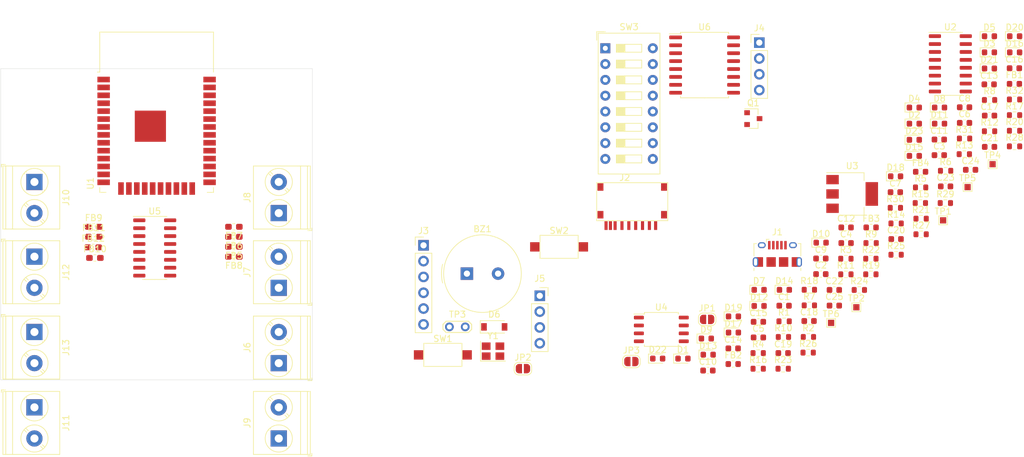
<source format=kicad_pcb>
(kicad_pcb (version 20171130) (host pcbnew "(5.1.10)-1")
  (layers (0 F.Cu signal) (31 B.Cu signal) (34 B.Paste user) (35 F.Paste user) (36 B.SilkS user) (37 F.SilkS user) (38 B.Mask user) (39 F.Mask user) (44 Edge.Cuts user))
  (net 0 "")
  (net 1 "Net-(BZ1-Pad2)")
  (net 2 +3V3)
  (net 3 GND)
  (net 4 "Net-(C1-Pad1)")
  (net 5 /EN)
  (net 6 +5V)
  (net 7 "Net-(C10-Pad1)")
  (net 8 "Net-(C11-Pad1)")
  (net 9 "Net-(C18-Pad1)")
  (net 10 "Net-(C19-Pad1)")
  (net 11 "Net-(C20-Pad1)")
  (net 12 /BOOT)
  (net 13 "Net-(D4-Pad1)")
  (net 14 "Net-(D5-Pad1)")
  (net 15 "Net-(D10-Pad2)")
  (net 16 "Net-(D11-Pad2)")
  (net 17 "Net-(D13-Pad2)")
  (net 18 "Net-(D14-Pad2)")
  (net 19 "Net-(D15-Pad2)")
  (net 20 /MMC_CMD)
  (net 21 /MMC_DAT0)
  (net 22 /MMC_CLK)
  (net 23 /RXD0)
  (net 24 /TXD0)
  (net 25 /I2C_SDA)
  (net 26 /I2C_SCL)
  (net 27 "Net-(Q1-Pad1)")
  (net 28 "Net-(R12-Pad2)")
  (net 29 "Net-(R13-Pad2)")
  (net 30 "Net-(R14-Pad2)")
  (net 31 "Net-(R15-Pad2)")
  (net 32 /ESP_MISO)
  (net 33 /ESP_CSn)
  (net 34 "Net-(C8-Pad1)")
  (net 35 "Net-(C21-Pad1)")
  (net 36 "Net-(C22-Pad1)")
  (net 37 "Net-(D18-Pad1)")
  (net 38 "Net-(D19-Pad1)")
  (net 39 "Net-(D20-Pad1)")
  (net 40 "Net-(D21-Pad1)")
  (net 41 "Net-(D22-Pad1)")
  (net 42 "Net-(D23-Pad1)")
  (net 43 "Net-(R16-Pad2)")
  (net 44 "Net-(R17-Pad2)")
  (net 45 "Net-(U4-Pad8)")
  (net 46 "Net-(U4-Pad3)")
  (net 47 "Net-(C9-Pad1)")
  (net 48 "Net-(C12-Pad1)")
  (net 49 "Net-(C14-Pad1)")
  (net 50 "Net-(C23-Pad1)")
  (net 51 "Net-(C24-Pad1)")
  (net 52 "Net-(C25-Pad1)")
  (net 53 "Net-(D3-Pad1)")
  (net 54 "Net-(D7-Pad2)")
  (net 55 "Net-(D8-Pad2)")
  (net 56 "Net-(D9-Pad2)")
  (net 57 "Net-(D12-Pad2)")
  (net 58 "Net-(D16-Pad1)")
  (net 59 "Net-(D17-Pad1)")
  (net 60 "Net-(J1-Pad4)")
  (net 61 /MMC_DAT2)
  (net 62 /MMC_DAT3)
  (net 63 "Net-(JP1-Pad2)")
  (net 64 "Net-(JP2-Pad2)")
  (net 65 "Net-(JP3-Pad2)")
  (net 66 "Net-(R2-Pad1)")
  (net 67 "Net-(R3-Pad1)")
  (net 68 "Net-(R4-Pad2)")
  (net 69 /MMC_DAT1)
  (net 70 /MMC_DET)
  (net 71 /ESP_TXD2)
  (net 72 /ESP_RXD2)
  (net 73 /IO27)
  (net 74 /IO26)
  (net 75 /IO25)
  (net 76 /IO33)
  (net 77 "Net-(R20-Pad2)")
  (net 78 /IO_EXP_INTn)
  (net 79 "Net-(R25-Pad2)")
  (net 80 "Net-(R26-Pad2)")
  (net 81 "Net-(R27-Pad2)")
  (net 82 "Net-(R28-Pad2)")
  (net 83 "Net-(R29-Pad2)")
  (net 84 "Net-(R30-Pad2)")
  (net 85 "Net-(R31-Pad2)")
  (net 86 "Net-(R32-Pad2)")
  (net 87 "Net-(SW3-Pad1)")
  (net 88 "Net-(SW3-Pad2)")
  (net 89 "Net-(SW3-Pad3)")
  (net 90 "Net-(SW3-Pad4)")
  (net 91 "Net-(SW3-Pad5)")
  (net 92 "Net-(SW3-Pad6)")
  (net 93 "Net-(SW3-Pad7)")
  (net 94 "Net-(SW3-Pad8)")
  (net 95 "Net-(TP4-Pad1)")
  (net 96 "Net-(TP5-Pad1)")
  (net 97 "Net-(TP6-Pad1)")
  (net 98 "Net-(U1-Pad17)")
  (net 99 "Net-(U1-Pad18)")
  (net 100 "Net-(U1-Pad19)")
  (net 101 "Net-(U1-Pad20)")
  (net 102 "Net-(U1-Pad21)")
  (net 103 "Net-(U1-Pad22)")
  (net 104 /ESP_SCK)
  (net 105 "Net-(U1-Pad32)")
  (net 106 "Net-(U1-Pad37)")
  (net 107 "Net-(U2-Pad15)")
  (net 108 "Net-(U2-Pad14)")
  (net 109 "Net-(U2-Pad13)")
  (net 110 "Net-(U2-Pad12)")
  (net 111 "Net-(U2-Pad11)")
  (net 112 "Net-(U2-Pad10)")
  (net 113 "Net-(U2-Pad9)")
  (module Buzzer_Beeper:Buzzer_TDK_PS1240P02BT_D12.2mm_H6.5mm (layer F.Cu) (at 164.783432 92.925001)
    (fp_text reference BZ1 (at 2.5 -7.17) (layer F.SilkS))
    (fp_text value PS1240P02BT)
    (pad 1 thru_hole rect (at 0 0) (size 2 2) (drill 1) (layers *.Cu *.Mask) (net 2 +3V3))
    (pad 2 thru_hole circle (at 5 0) (size 2 2) (drill 1) (layers *.Cu *.Mask) (net 1 "Net-(BZ1-Pad2)"))
  )
  (module Capacitor_SMD:C_0603_1608Metric (layer F.Cu) (at 215.675001 98.075001)
    (fp_text reference C1 (at 0 -1.43) (layer F.SilkS))
    (fp_text value 22uF)
    (pad 2 smd roundrect (at 0.775 0) (size 0.9 0.95) (layers F.Cu F.Paste F.Mask) (net 3 GND))
    (pad 1 smd roundrect (at -0.775 0) (size 0.9 0.95) (layers F.Cu F.Paste F.Mask) (net 4 "Net-(C1-Pad1)"))
  )
  (module Capacitor_SMD:C_0603_1608Metric (layer F.Cu) (at 221.575001 93.005001)
    (fp_text reference C2 (at 0 -1.43) (layer F.SilkS))
    (fp_text value 1uF)
    (pad 2 smd roundrect (at 0.775 0) (size 0.9 0.95) (layers F.Cu F.Paste F.Mask) (net 3 GND))
    (pad 1 smd roundrect (at -0.775 0) (size 0.9 0.95) (layers F.Cu F.Paste F.Mask) (net 5 /EN))
  )
  (module Capacitor_SMD:C_0603_1608Metric (layer F.Cu) (at 240.575001 73.895001)
    (fp_text reference C3 (at 0 -1.43) (layer F.SilkS))
    (fp_text value 100nF)
    (pad 2 smd roundrect (at 0.775 0) (size 0.9 0.95) (layers F.Cu F.Paste F.Mask) (net 3 GND))
    (pad 1 smd roundrect (at -0.775 0) (size 0.9 0.95) (layers F.Cu F.Paste F.Mask) (net 4 "Net-(C1-Pad1)"))
  )
  (module Capacitor_SMD:C_0603_1608Metric (layer F.Cu) (at 225.625001 88.015001)
    (fp_text reference C4 (at 0 -1.43) (layer F.SilkS))
    (fp_text value 22uF)
    (pad 1 smd roundrect (at -0.775 0) (size 0.9 0.95) (layers F.Cu F.Paste F.Mask) (net 6 +5V))
    (pad 2 smd roundrect (at 0.775 0) (size 0.9 0.95) (layers F.Cu F.Paste F.Mask) (net 3 GND))
  )
  (module Capacitor_SMD:C_0603_1608Metric (layer F.Cu) (at 211.555001 103.175001)
    (fp_text reference C5 (at 0 -1.43) (layer F.SilkS))
    (fp_text value 100nF)
    (pad 2 smd roundrect (at 0.775 0) (size 0.9 0.95) (layers F.Cu F.Paste F.Mask) (net 3 GND))
    (pad 1 smd roundrect (at -0.775 0) (size 0.9 0.95) (layers F.Cu F.Paste F.Mask) (net 2 +3V3))
  )
  (module Capacitor_SMD:C_0603_1608Metric (layer F.Cu) (at 244.625001 68.715001)
    (fp_text reference C6 (at 0 -1.43) (layer F.SilkS))
    (fp_text value 22uF)
    (pad 2 smd roundrect (at 0.775 0) (size 0.9 0.95) (layers F.Cu F.Paste F.Mask) (net 3 GND))
    (pad 1 smd roundrect (at -0.775 0) (size 0.9 0.95) (layers F.Cu F.Paste F.Mask) (net 6 +5V))
  )
  (module Capacitor_SMD:C_0603_1608Metric (layer F.Cu) (at 233.525001 79.845001)
    (fp_text reference C7 (at 0 -1.43) (layer F.SilkS))
    (fp_text value 100nF)
    (pad 1 smd roundrect (at -0.775 0) (size 0.9 0.95) (layers F.Cu F.Paste F.Mask) (net 6 +5V))
    (pad 2 smd roundrect (at 0.775 0) (size 0.9 0.95) (layers F.Cu F.Paste F.Mask) (net 3 GND))
  )
  (module Capacitor_SMD:C_0603_1608Metric (layer F.Cu) (at 244.625001 66.205001)
    (fp_text reference C8 (at 0 -1.43) (layer F.SilkS))
    (fp_text value 22pF)
    (pad 2 smd roundrect (at 0.775 0) (size 0.9 0.95) (layers F.Cu F.Paste F.Mask) (net 3 GND))
    (pad 1 smd roundrect (at -0.775 0) (size 0.9 0.95) (layers F.Cu F.Paste F.Mask) (net 34 "Net-(C8-Pad1)"))
  )
  (module Capacitor_SMD:C_0603_1608Metric (layer F.Cu) (at 221.575001 90.495001)
    (fp_text reference C9 (at 0 -1.43) (layer F.SilkS))
    (fp_text value 22pF)
    (pad 1 smd roundrect (at -0.775 0) (size 0.9 0.95) (layers F.Cu F.Paste F.Mask) (net 47 "Net-(C9-Pad1)"))
    (pad 2 smd roundrect (at 0.775 0) (size 0.9 0.95) (layers F.Cu F.Paste F.Mask) (net 3 GND))
  )
  (module Capacitor_SMD:C_0603_1608Metric (layer F.Cu) (at 203.455001 108.485001)
    (fp_text reference C10 (at 0 -1.43) (layer F.SilkS))
    (fp_text value 100nF)
    (pad 2 smd roundrect (at 0.775 0) (size 0.9 0.95) (layers F.Cu F.Paste F.Mask) (net 3 GND))
    (pad 1 smd roundrect (at -0.775 0) (size 0.9 0.95) (layers F.Cu F.Paste F.Mask) (net 7 "Net-(C10-Pad1)"))
  )
  (module Capacitor_SMD:C_0603_1608Metric (layer F.Cu) (at 240.575001 71.385001)
    (fp_text reference C11 (at 0 -1.43) (layer F.SilkS))
    (fp_text value 22uF)
    (pad 1 smd roundrect (at -0.775 0) (size 0.9 0.95) (layers F.Cu F.Paste F.Mask) (net 8 "Net-(C11-Pad1)"))
    (pad 2 smd roundrect (at 0.775 0) (size 0.9 0.95) (layers F.Cu F.Paste F.Mask) (net 3 GND))
  )
  (module Capacitor_SMD:C_0603_1608Metric (layer F.Cu) (at 225.625001 85.505001)
    (fp_text reference C12 (at 0 -1.43) (layer F.SilkS))
    (fp_text value 22uF)
    (pad 1 smd roundrect (at -0.775 0) (size 0.9 0.95) (layers F.Cu F.Paste F.Mask) (net 48 "Net-(C12-Pad1)"))
    (pad 2 smd roundrect (at 0.775 0) (size 0.9 0.95) (layers F.Cu F.Paste F.Mask) (net 3 GND))
  )
  (module Capacitor_SMD:C_0603_1608Metric (layer F.Cu) (at 248.575001 62.525001)
    (fp_text reference C13 (at 0 -1.43) (layer F.SilkS))
    (fp_text value 22uF)
    (pad 1 smd roundrect (at -0.775 0) (size 0.9 0.95) (layers F.Cu F.Paste F.Mask) (net 2 +3V3))
    (pad 2 smd roundrect (at 0.775 0) (size 0.9 0.95) (layers F.Cu F.Paste F.Mask) (net 3 GND))
  )
  (module Capacitor_SMD:C_0603_1608Metric (layer F.Cu) (at 207.505001 104.935001)
    (fp_text reference C14 (at 0 -1.43) (layer F.SilkS))
    (fp_text value 100nF)
    (pad 2 smd roundrect (at 0.775 0) (size 0.9 0.95) (layers F.Cu F.Paste F.Mask) (net 3 GND))
    (pad 1 smd roundrect (at -0.775 0) (size 0.9 0.95) (layers F.Cu F.Paste F.Mask) (net 49 "Net-(C14-Pad1)"))
  )
  (module Capacitor_SMD:C_0603_1608Metric (layer F.Cu) (at 211.555001 100.665001)
    (fp_text reference C15 (at 0 -1.43) (layer F.SilkS))
    (fp_text value 100nF)
    (pad 1 smd roundrect (at -0.775 0) (size 0.9 0.95) (layers F.Cu F.Paste F.Mask) (net 2 +3V3))
    (pad 2 smd roundrect (at 0.775 0) (size 0.9 0.95) (layers F.Cu F.Paste F.Mask) (net 3 GND))
  )
  (module Capacitor_SMD:C_0603_1608Metric (layer F.Cu) (at 252.625001 59.935001)
    (fp_text reference C16 (at 0 -1.43) (layer F.SilkS))
    (fp_text value 22uF)
    (pad 2 smd roundrect (at 0.775 0) (size 0.9 0.95) (layers F.Cu F.Paste F.Mask) (net 3 GND))
    (pad 1 smd roundrect (at -0.775 0) (size 0.9 0.95) (layers F.Cu F.Paste F.Mask) (net 2 +3V3))
  )
  (module Capacitor_SMD:C_0603_1608Metric (layer F.Cu) (at 248.635001 67.545001)
    (fp_text reference C17 (at 0 -1.43) (layer F.SilkS))
    (fp_text value 100nF)
    (pad 1 smd roundrect (at -0.775 0) (size 0.9 0.95) (layers F.Cu F.Paste F.Mask) (net 2 +3V3))
    (pad 2 smd roundrect (at 0.775 0) (size 0.9 0.95) (layers F.Cu F.Paste F.Mask) (net 3 GND))
  )
  (module Capacitor_SMD:C_0603_1608Metric (layer F.Cu) (at 219.685001 100.535001)
    (fp_text reference C18 (at 0 -1.43) (layer F.SilkS))
    (fp_text value 10nF)
    (pad 1 smd roundrect (at -0.775 0) (size 0.9 0.95) (layers F.Cu F.Paste F.Mask) (net 9 "Net-(C18-Pad1)"))
    (pad 2 smd roundrect (at 0.775 0) (size 0.9 0.95) (layers F.Cu F.Paste F.Mask) (net 3 GND))
  )
  (module Capacitor_SMD:C_0603_1608Metric (layer F.Cu) (at 215.525001 105.685001)
    (fp_text reference C19 (at 0 -1.43) (layer F.SilkS))
    (fp_text value 10nF)
    (pad 2 smd roundrect (at 0.775 0) (size 0.9 0.95) (layers F.Cu F.Paste F.Mask) (net 3 GND))
    (pad 1 smd roundrect (at -0.775 0) (size 0.9 0.95) (layers F.Cu F.Paste F.Mask) (net 10 "Net-(C19-Pad1)"))
  )
  (module Capacitor_SMD:C_0603_1608Metric (layer F.Cu) (at 233.645001 87.375001)
    (fp_text reference C20 (at 0 -1.43) (layer F.SilkS))
    (fp_text value 10nF)
    (pad 1 smd roundrect (at -0.775 0) (size 0.9 0.95) (layers F.Cu F.Paste F.Mask) (net 11 "Net-(C20-Pad1)"))
    (pad 2 smd roundrect (at 0.775 0) (size 0.9 0.95) (layers F.Cu F.Paste F.Mask) (net 3 GND))
  )
  (module Capacitor_SMD:C_0603_1608Metric (layer F.Cu) (at 248.635001 72.565001)
    (fp_text reference C21 (at 0 -1.43) (layer F.SilkS))
    (fp_text value 10nF)
    (pad 2 smd roundrect (at 0.775 0) (size 0.9 0.95) (layers F.Cu F.Paste F.Mask) (net 3 GND))
    (pad 1 smd roundrect (at -0.775 0) (size 0.9 0.95) (layers F.Cu F.Paste F.Mask) (net 35 "Net-(C21-Pad1)"))
  )
  (module Capacitor_SMD:C_0603_1608Metric (layer F.Cu) (at 223.735001 95.545001)
    (fp_text reference C22 (at 0 -1.43) (layer F.SilkS))
    (fp_text value 10nF)
    (pad 1 smd roundrect (at -0.775 0) (size 0.9 0.95) (layers F.Cu F.Paste F.Mask) (net 36 "Net-(C22-Pad1)"))
    (pad 2 smd roundrect (at 0.775 0) (size 0.9 0.95) (layers F.Cu F.Paste F.Mask) (net 3 GND))
  )
  (module Capacitor_SMD:C_0603_1608Metric (layer F.Cu) (at 241.585001 78.915001)
    (fp_text reference C23 (at 0 -1.43) (layer F.SilkS))
    (fp_text value 10nF)
    (pad 2 smd roundrect (at 0.775 0) (size 0.9 0.95) (layers F.Cu F.Paste F.Mask) (net 3 GND))
    (pad 1 smd roundrect (at -0.775 0) (size 0.9 0.95) (layers F.Cu F.Paste F.Mask) (net 50 "Net-(C23-Pad1)"))
  )
  (module Capacitor_SMD:C_0603_1608Metric (layer F.Cu) (at 245.595001 76.245001)
    (fp_text reference C24 (at 0 -1.43) (layer F.SilkS))
    (fp_text value 10nF)
    (pad 1 smd roundrect (at -0.775 0) (size 0.9 0.95) (layers F.Cu F.Paste F.Mask) (net 51 "Net-(C24-Pad1)"))
    (pad 2 smd roundrect (at 0.775 0) (size 0.9 0.95) (layers F.Cu F.Paste F.Mask) (net 3 GND))
  )
  (module Capacitor_SMD:C_0603_1608Metric (layer F.Cu) (at 223.735001 98.055001)
    (fp_text reference C25 (at 0 -1.43) (layer F.SilkS))
    (fp_text value 10nF)
    (pad 1 smd roundrect (at -0.775 0) (size 0.9 0.95) (layers F.Cu F.Paste F.Mask) (net 52 "Net-(C25-Pad1)"))
    (pad 2 smd roundrect (at 0.775 0) (size 0.9 0.95) (layers F.Cu F.Paste F.Mask) (net 3 GND))
  )
  (module Diode_SMD:D_0603_1608Metric (layer F.Cu) (at 199.445001 106.565001)
    (fp_text reference D1 (at 0 -1.43) (layer F.SilkS))
    (fp_text value UDD32C03L01)
    (pad 1 smd roundrect (at -0.7875 0) (size 0.875 0.95) (layers F.Cu F.Paste F.Mask) (net 3 GND))
    (pad 2 smd roundrect (at 0.7875 0) (size 0.875 0.95) (layers F.Cu F.Paste F.Mask) (net 12 /BOOT))
  )
  (module Diode_SMD:D_0603_1608Metric (layer F.Cu) (at 236.565001 68.835001)
    (fp_text reference D2 (at 0 -1.43) (layer F.SilkS))
    (fp_text value UDD32C03L01)
    (pad 2 smd roundrect (at 0.7875 0) (size 0.875 0.95) (layers F.Cu F.Paste F.Mask) (net 5 /EN))
    (pad 1 smd roundrect (at -0.7875 0) (size 0.875 0.95) (layers F.Cu F.Paste F.Mask) (net 3 GND))
  )
  (module Diode_SMD:D_0603_1608Metric (layer F.Cu) (at 248.615001 57.385001)
    (fp_text reference D3 (at 0 -1.43) (layer F.SilkS))
    (fp_text value 0603ESDA-05N)
    (pad 2 smd roundrect (at 0.7875 0) (size 0.875 0.95) (layers F.Cu F.Paste F.Mask) (net 3 GND))
    (pad 1 smd roundrect (at -0.7875 0) (size 0.875 0.95) (layers F.Cu F.Paste F.Mask) (net 53 "Net-(D3-Pad1)"))
  )
  (module Diode_SMD:D_0603_1608Metric (layer F.Cu) (at 236.565001 66.245001)
    (fp_text reference D4 (at 0 -1.43) (layer F.SilkS))
    (fp_text value 0603ESDA-05N)
    (pad 1 smd roundrect (at -0.7875 0) (size 0.875 0.95) (layers F.Cu F.Paste F.Mask) (net 13 "Net-(D4-Pad1)"))
    (pad 2 smd roundrect (at 0.7875 0) (size 0.875 0.95) (layers F.Cu F.Paste F.Mask) (net 3 GND))
  )
  (module Diode_SMD:D_0603_1608Metric (layer F.Cu) (at 248.615001 54.795001)
    (fp_text reference D5 (at 0 -1.43) (layer F.SilkS))
    (fp_text value 0603ESDA-05N)
    (pad 2 smd roundrect (at 0.7875 0) (size 0.875 0.95) (layers F.Cu F.Paste F.Mask) (net 3 GND))
    (pad 1 smd roundrect (at -0.7875 0) (size 0.875 0.95) (layers F.Cu F.Paste F.Mask) (net 14 "Net-(D5-Pad1)"))
  )
  (module Diode_SMD:D_SOD-123 (layer F.Cu) (at 169.175001 101.475001)
    (fp_text reference D6 (at 0 -2) (layer F.SilkS))
    (fp_text value "B5819W SL")
    (pad 1 smd rect (at -1.65 0) (size 0.9 1.2) (layers F.Cu F.Paste F.Mask) (net 6 +5V))
    (pad 2 smd rect (at 1.65 0) (size 0.9 1.2) (layers F.Cu F.Paste F.Mask) (net 14 "Net-(D5-Pad1)"))
  )
  (module Diode_SMD:D_0603_1608Metric (layer F.Cu) (at 211.665001 95.525001)
    (fp_text reference D7 (at 0 -1.43) (layer F.SilkS))
    (fp_text value UDD32C03L01)
    (pad 2 smd roundrect (at 0.7875 0) (size 0.875 0.95) (layers F.Cu F.Paste F.Mask) (net 54 "Net-(D7-Pad2)"))
    (pad 1 smd roundrect (at -0.7875 0) (size 0.875 0.95) (layers F.Cu F.Paste F.Mask) (net 3 GND))
  )
  (module Diode_SMD:D_0603_1608Metric (layer F.Cu) (at 240.615001 66.245001)
    (fp_text reference D8 (at 0 -1.43) (layer F.SilkS))
    (fp_text value UDD32C03L01)
    (pad 2 smd roundrect (at 0.7875 0) (size 0.875 0.95) (layers F.Cu F.Paste F.Mask) (net 55 "Net-(D8-Pad2)"))
    (pad 1 smd roundrect (at -0.7875 0) (size 0.875 0.95) (layers F.Cu F.Paste F.Mask) (net 3 GND))
  )
  (module Diode_SMD:D_0603_1608Metric (layer F.Cu) (at 203.195001 103.345001)
    (fp_text reference D9 (at 0 -1.43) (layer F.SilkS))
    (fp_text value UDD32C03L01)
    (pad 1 smd roundrect (at -0.7875 0) (size 0.875 0.95) (layers F.Cu F.Paste F.Mask) (net 3 GND))
    (pad 2 smd roundrect (at 0.7875 0) (size 0.875 0.95) (layers F.Cu F.Paste F.Mask) (net 56 "Net-(D9-Pad2)"))
  )
  (module Diode_SMD:D_0603_1608Metric (layer F.Cu) (at 221.615001 87.945001)
    (fp_text reference D10 (at 0 -1.43) (layer F.SilkS))
    (fp_text value UDD32C03L01)
    (pad 2 smd roundrect (at 0.7875 0) (size 0.875 0.95) (layers F.Cu F.Paste F.Mask) (net 15 "Net-(D10-Pad2)"))
    (pad 1 smd roundrect (at -0.7875 0) (size 0.875 0.95) (layers F.Cu F.Paste F.Mask) (net 3 GND))
  )
  (module LED_SMD:LED_0603_1608Metric (layer F.Cu) (at 240.615001 68.835001)
    (fp_text reference D11 (at 0 -1.43) (layer F.SilkS))
    (fp_text value Yellow)
    (pad 1 smd roundrect (at -0.7875 0) (size 0.875 0.95) (layers F.Cu F.Paste F.Mask) (net 3 GND))
    (pad 2 smd roundrect (at 0.7875 0) (size 0.875 0.95) (layers F.Cu F.Paste F.Mask) (net 16 "Net-(D11-Pad2)"))
  )
  (module Diode_SMD:D_0603_1608Metric (layer F.Cu) (at 211.665001 98.115001)
    (fp_text reference D12 (at 0 -1.43) (layer F.SilkS))
    (fp_text value UDD32C03L01)
    (pad 1 smd roundrect (at -0.7875 0) (size 0.875 0.95) (layers F.Cu F.Paste F.Mask) (net 3 GND))
    (pad 2 smd roundrect (at 0.7875 0) (size 0.875 0.95) (layers F.Cu F.Paste F.Mask) (net 57 "Net-(D12-Pad2)"))
  )
  (module Diode_SMD:D_0603_1608Metric (layer F.Cu) (at 203.495001 105.935001)
    (fp_text reference D13 (at 0 -1.43) (layer F.SilkS))
    (fp_text value UDD32C03L01)
    (pad 1 smd roundrect (at -0.7875 0) (size 0.875 0.95) (layers F.Cu F.Paste F.Mask) (net 3 GND))
    (pad 2 smd roundrect (at 0.7875 0) (size 0.875 0.95) (layers F.Cu F.Paste F.Mask) (net 17 "Net-(D13-Pad2)"))
  )
  (module Diode_SMD:D_0603_1608Metric (layer F.Cu) (at 215.715001 95.525001)
    (fp_text reference D14 (at 0 -1.43) (layer F.SilkS))
    (fp_text value UDD32C03L01)
    (pad 1 smd roundrect (at -0.7875 0) (size 0.875 0.95) (layers F.Cu F.Paste F.Mask) (net 3 GND))
    (pad 2 smd roundrect (at 0.7875 0) (size 0.875 0.95) (layers F.Cu F.Paste F.Mask) (net 18 "Net-(D14-Pad2)"))
  )
  (module LED_SMD:LED_0603_1608Metric (layer F.Cu) (at 236.565001 74.015001)
    (fp_text reference D15 (at 0 -1.43) (layer F.SilkS))
    (fp_text value Yellow)
    (pad 2 smd roundrect (at 0.7875 0) (size 0.875 0.95) (layers F.Cu F.Paste F.Mask) (net 19 "Net-(D15-Pad2)"))
    (pad 1 smd roundrect (at -0.7875 0) (size 0.875 0.95) (layers F.Cu F.Paste F.Mask) (net 3 GND))
  )
  (module Diode_SMD:D_0603_1608Metric (layer F.Cu) (at 252.665001 57.385001)
    (fp_text reference D16 (at 0 -1.43) (layer F.SilkS))
    (fp_text value UDD32C03L01)
    (pad 2 smd roundrect (at 0.7875 0) (size 0.875 0.95) (layers F.Cu F.Paste F.Mask) (net 3 GND))
    (pad 1 smd roundrect (at -0.7875 0) (size 0.875 0.95) (layers F.Cu F.Paste F.Mask) (net 58 "Net-(D16-Pad1)"))
  )
  (module Diode_SMD:D_0603_1608Metric (layer F.Cu) (at 207.545001 102.385001)
    (fp_text reference D17 (at 0 -1.43) (layer F.SilkS))
    (fp_text value UDD32C03L01)
    (pad 1 smd roundrect (at -0.7875 0) (size 0.875 0.95) (layers F.Cu F.Paste F.Mask) (net 59 "Net-(D17-Pad1)"))
    (pad 2 smd roundrect (at 0.7875 0) (size 0.875 0.95) (layers F.Cu F.Paste F.Mask) (net 3 GND))
  )
  (module Diode_SMD:D_0603_1608Metric (layer F.Cu) (at 233.565001 77.295001)
    (fp_text reference D18 (at 0 -1.43) (layer F.SilkS))
    (fp_text value UDD32C03L01)
    (pad 2 smd roundrect (at 0.7875 0) (size 0.875 0.95) (layers F.Cu F.Paste F.Mask) (net 3 GND))
    (pad 1 smd roundrect (at -0.7875 0) (size 0.875 0.95) (layers F.Cu F.Paste F.Mask) (net 37 "Net-(D18-Pad1)"))
  )
  (module Diode_SMD:D_0603_1608Metric (layer F.Cu) (at 207.545001 99.795001)
    (fp_text reference D19 (at 0 -1.43) (layer F.SilkS))
    (fp_text value UDD32C03L01)
    (pad 2 smd roundrect (at 0.7875 0) (size 0.875 0.95) (layers F.Cu F.Paste F.Mask) (net 3 GND))
    (pad 1 smd roundrect (at -0.7875 0) (size 0.875 0.95) (layers F.Cu F.Paste F.Mask) (net 38 "Net-(D19-Pad1)"))
  )
  (module Diode_SMD:D_0603_1608Metric (layer F.Cu) (at 252.665001 54.795001)
    (fp_text reference D20 (at 0 -1.43) (layer F.SilkS))
    (fp_text value UDD32C03L01)
    (pad 1 smd roundrect (at -0.7875 0) (size 0.875 0.95) (layers F.Cu F.Paste F.Mask) (net 39 "Net-(D20-Pad1)"))
    (pad 2 smd roundrect (at 0.7875 0) (size 0.875 0.95) (layers F.Cu F.Paste F.Mask) (net 3 GND))
  )
  (module Diode_SMD:D_0603_1608Metric (layer F.Cu) (at 248.615001 59.975001)
    (fp_text reference D21 (at 0 -1.43) (layer F.SilkS))
    (fp_text value UDD32C03L01)
    (pad 1 smd roundrect (at -0.7875 0) (size 0.875 0.95) (layers F.Cu F.Paste F.Mask) (net 40 "Net-(D21-Pad1)"))
    (pad 2 smd roundrect (at 0.7875 0) (size 0.875 0.95) (layers F.Cu F.Paste F.Mask) (net 3 GND))
  )
  (module Diode_SMD:D_0603_1608Metric (layer F.Cu) (at 195.395001 106.565001)
    (fp_text reference D22 (at 0 -1.43) (layer F.SilkS))
    (fp_text value UDD32C03L01)
    (pad 2 smd roundrect (at 0.7875 0) (size 0.875 0.95) (layers F.Cu F.Paste F.Mask) (net 3 GND))
    (pad 1 smd roundrect (at -0.7875 0) (size 0.875 0.95) (layers F.Cu F.Paste F.Mask) (net 41 "Net-(D22-Pad1)"))
  )
  (module Diode_SMD:D_0603_1608Metric (layer F.Cu) (at 236.565001 71.425001)
    (fp_text reference D23 (at 0 -1.43) (layer F.SilkS))
    (fp_text value UDD32C03L01)
    (pad 1 smd roundrect (at -0.7875 0) (size 0.875 0.95) (layers F.Cu F.Paste F.Mask) (net 42 "Net-(D23-Pad1)"))
    (pad 2 smd roundrect (at 0.7875 0) (size 0.875 0.95) (layers F.Cu F.Paste F.Mask) (net 3 GND))
  )
  (module Inductor_SMD:L_0603_1608Metric (layer F.Cu) (at 252.625001 62.445001)
    (fp_text reference FB1 (at 0 -1.43) (layer F.SilkS))
    (fp_text value "100Z 3A")
    (pad 2 smd roundrect (at 0.7875 0) (size 0.875 0.95) (layers F.Cu F.Paste F.Mask) (net 2 +3V3))
    (pad 1 smd roundrect (at -0.7875 0) (size 0.875 0.95) (layers F.Cu F.Paste F.Mask) (net 4 "Net-(C1-Pad1)"))
  )
  (module Inductor_SMD:L_0603_1608Metric (layer F.Cu) (at 207.505001 107.445001)
    (fp_text reference FB2 (at 0 -1.43) (layer F.SilkS))
    (fp_text value "100Z 3A")
    (pad 2 smd roundrect (at 0.7875 0) (size 0.875 0.95) (layers F.Cu F.Paste F.Mask) (net 6 +5V))
    (pad 1 smd roundrect (at -0.7875 0) (size 0.875 0.95) (layers F.Cu F.Paste F.Mask) (net 8 "Net-(C11-Pad1)"))
  )
  (module Inductor_SMD:L_0603_1608Metric (layer F.Cu) (at 229.635001 85.505001)
    (fp_text reference FB3 (at 0 -1.43) (layer F.SilkS))
    (fp_text value "100Z 3A")
    (pad 1 smd roundrect (at -0.7875 0) (size 0.875 0.95) (layers F.Cu F.Paste F.Mask) (net 2 +3V3))
    (pad 2 smd roundrect (at 0.7875 0) (size 0.875 0.95) (layers F.Cu F.Paste F.Mask) (net 48 "Net-(C12-Pad1)"))
  )
  (module Inductor_SMD:L_0603_1608Metric (layer F.Cu) (at 237.575001 76.565001)
    (fp_text reference FB4 (at 0 -1.43) (layer F.SilkS))
    (fp_text value "100Z 3A")
    (pad 1 smd roundrect (at -0.7875 0) (size 0.875 0.95) (layers F.Cu F.Paste F.Mask) (net 2 +3V3))
    (pad 2 smd roundrect (at 0.7875 0) (size 0.875 0.95) (layers F.Cu F.Paste F.Mask) (net 49 "Net-(C14-Pad1)"))
  )
  (module Inductor_SMD:L_0603_1608Metric_Pad1.05x0.95mm_HandSolder (layer F.Cu) (at 127.4 88.6 180)
    (fp_text reference FB5 (at 0 -1.43) (layer F.SilkS))
    (fp_text value "600Z 0.2A")
    (pad 2 smd roundrect (at 0.875 0 180) (size 1.05 0.95) (layers F.Cu F.Paste F.Mask) (net 9 "Net-(C18-Pad1)"))
    (pad 1 smd roundrect (at -0.875 0 180) (size 1.05 0.95) (layers F.Cu F.Paste F.Mask) (net 58 "Net-(D16-Pad1)"))
  )
  (module Inductor_SMD:L_0603_1608Metric_Pad1.05x0.95mm_HandSolder (layer F.Cu) (at 127.4 87 180)
    (fp_text reference FB6 (at 0 -1.43) (layer F.SilkS))
    (fp_text value "600Z 0.2A")
    (pad 1 smd roundrect (at -0.875 0 180) (size 1.05 0.95) (layers F.Cu F.Paste F.Mask) (net 59 "Net-(D17-Pad1)"))
    (pad 2 smd roundrect (at 0.875 0 180) (size 1.05 0.95) (layers F.Cu F.Paste F.Mask) (net 10 "Net-(C19-Pad1)"))
  )
  (module Inductor_SMD:L_0603_1608Metric_Pad1.05x0.95mm_HandSolder (layer F.Cu) (at 127.4 85.4 180)
    (fp_text reference FB7 (at 0 -1.43) (layer F.SilkS))
    (fp_text value "600Z 0.2A")
    (pad 1 smd roundrect (at -0.875 0 180) (size 1.05 0.95) (layers F.Cu F.Paste F.Mask) (net 37 "Net-(D18-Pad1)"))
    (pad 2 smd roundrect (at 0.875 0 180) (size 1.05 0.95) (layers F.Cu F.Paste F.Mask) (net 11 "Net-(C20-Pad1)"))
  )
  (module Inductor_SMD:L_0603_1608Metric_Pad1.05x0.95mm_HandSolder (layer F.Cu) (at 127.4 90.2 180)
    (fp_text reference FB8 (at 0 -1.43) (layer F.SilkS))
    (fp_text value "600Z 0.2A")
    (pad 1 smd roundrect (at -0.875 0 180) (size 1.05 0.95) (layers F.Cu F.Paste F.Mask) (net 38 "Net-(D19-Pad1)"))
    (pad 2 smd roundrect (at 0.875 0 180) (size 1.05 0.95) (layers F.Cu F.Paste F.Mask) (net 35 "Net-(C21-Pad1)"))
  )
  (module Inductor_SMD:L_0603_1608Metric_Pad1.05x0.95mm_HandSolder (layer F.Cu) (at 104.9 85.4)
    (fp_text reference FB9 (at 0 -1.43) (layer F.SilkS))
    (fp_text value "600Z 0.2A")
    (pad 2 smd roundrect (at 0.875 0) (size 1.05 0.95) (layers F.Cu F.Paste F.Mask) (net 36 "Net-(C22-Pad1)"))
    (pad 1 smd roundrect (at -0.875 0) (size 1.05 0.95) (layers F.Cu F.Paste F.Mask) (net 39 "Net-(D20-Pad1)"))
  )
  (module Inductor_SMD:L_0603_1608Metric_Pad1.05x0.95mm_HandSolder (layer F.Cu) (at 105.1 90.4)
    (fp_text reference FB10 (at 0 -1.43) (layer F.SilkS))
    (fp_text value "600Z 0.2A")
    (pad 1 smd roundrect (at -0.875 0) (size 1.05 0.95) (layers F.Cu F.Paste F.Mask) (net 40 "Net-(D21-Pad1)"))
    (pad 2 smd roundrect (at 0.875 0) (size 1.05 0.95) (layers F.Cu F.Paste F.Mask) (net 50 "Net-(C23-Pad1)"))
  )
  (module Inductor_SMD:L_0603_1608Metric_Pad1.05x0.95mm_HandSolder (layer F.Cu) (at 104.925 87)
    (fp_text reference FB11 (at 0 -1.43) (layer F.SilkS))
    (fp_text value "600Z 0.2A")
    (pad 2 smd roundrect (at 0.875 0) (size 1.05 0.95) (layers F.Cu F.Paste F.Mask) (net 51 "Net-(C24-Pad1)"))
    (pad 1 smd roundrect (at -0.875 0) (size 1.05 0.95) (layers F.Cu F.Paste F.Mask) (net 41 "Net-(D22-Pad1)"))
  )
  (module Inductor_SMD:L_0603_1608Metric_Pad1.05x0.95mm_HandSolder (layer F.Cu) (at 104.825 88.7)
    (fp_text reference FB12 (at 0 -1.43) (layer F.SilkS))
    (fp_text value "600Z 0.2A")
    (pad 2 smd roundrect (at 0.875 0) (size 1.05 0.95) (layers F.Cu F.Paste F.Mask) (net 52 "Net-(C25-Pad1)"))
    (pad 1 smd roundrect (at -0.875 0) (size 1.05 0.95) (layers F.Cu F.Paste F.Mask) (net 42 "Net-(D23-Pad1)"))
  )
  (module "Temperature Data Logger:USB_Micro-B_Amphenol_10118194_Horizontal" (layer F.Cu) (at 214.595001 89.755001)
    (fp_text reference J1 (at 0 -3.5) (layer F.SilkS))
    (fp_text value 10118194-0001LF)
    (pad 6 thru_hole oval (at 3.5 1.3) (size 0.89 1.55) (drill oval 0.5 1.15) (layers *.Cu *.Mask) (net 3 GND))
    (pad 6 thru_hole oval (at -3.5 1.3) (size 0.89 1.55) (drill oval 0.5 1.15) (layers *.Cu *.Mask) (net 3 GND))
    (pad 6 smd rect (at 2.9 1.3) (size 1.2 1.55) (layers F.Cu F.Paste F.Mask) (net 3 GND))
    (pad 6 smd rect (at -2.9 1.3) (size 1.2 1.55) (layers F.Cu F.Paste F.Mask) (net 3 GND))
    (pad 6 smd rect (at 1 1.3) (size 1.5 1.55) (layers F.Cu F.Paste F.Mask) (net 3 GND))
    (pad 6 smd rect (at -1 1.3) (size 1.5 1.55) (layers F.Cu F.Paste F.Mask) (net 3 GND))
    (pad 6 thru_hole oval (at 2.5 -1.4) (size 1.25 0.95) (drill oval 0.85 0.55) (layers *.Cu *.Mask) (net 3 GND))
    (pad 6 thru_hole oval (at -2.5 -1.4) (size 1.25 0.95) (drill oval 0.85 0.55) (layers *.Cu *.Mask) (net 3 GND))
    (pad 5 smd rect (at 1.3 -1.4) (size 0.4 1.35) (layers F.Cu F.Paste F.Mask) (net 3 GND))
    (pad 4 smd rect (at 0.65 -1.4) (size 0.4 1.35) (layers F.Cu F.Paste F.Mask) (net 60 "Net-(J1-Pad4)"))
    (pad 3 smd rect (at 0 -1.4) (size 0.4 1.35) (layers F.Cu F.Paste F.Mask) (net 13 "Net-(D4-Pad1)"))
    (pad 2 smd rect (at -0.65 -1.4) (size 0.4 1.35) (layers F.Cu F.Paste F.Mask) (net 53 "Net-(D3-Pad1)"))
    (pad 1 smd rect (at -1.3 -1.4) (size 0.4 1.35) (layers F.Cu F.Paste F.Mask) (net 14 "Net-(D5-Pad1)"))
  )
  (module "Temperature Data Logger:microSD_TF-018" (layer F.Cu) (at 191.310001 85.210001)
    (fp_text reference J2 (at -1.2 -7.7 180) (layer F.SilkS))
    (fp_text value TF-018)
    (pad 8 smd rect (at -3.5 0 180) (size 0.5 1.4) (layers F.Cu F.Paste F.Mask) (net 55 "Net-(D8-Pad2)"))
    (pad 7 smd rect (at -2.75 0 180) (size 0.5 1.4) (layers F.Cu F.Paste F.Mask) (net 56 "Net-(D9-Pad2)"))
    (pad 6 smd rect (at -1.65 0 180) (size 0.5 1.4) (layers F.Cu F.Paste F.Mask) (net 3 GND))
    (pad 5 smd rect (at -0.55 0 180) (size 0.5 1.4) (layers F.Cu F.Paste F.Mask) (net 15 "Net-(D10-Pad2)"))
    (pad 4 smd rect (at 0.55 0 180) (size 0.5 1.4) (layers F.Cu F.Paste F.Mask) (net 2 +3V3))
    (pad 3 smd rect (at 1.65 0 180) (size 0.5 1.4) (layers F.Cu F.Paste F.Mask) (net 57 "Net-(D12-Pad2)"))
    (pad 2 smd rect (at 2.75 0 180) (size 0.5 1.4) (layers F.Cu F.Paste F.Mask) (net 17 "Net-(D13-Pad2)"))
    (pad 9 smd rect (at -4.2 0 180) (size 0.5 1.4) (layers F.Cu F.Paste F.Mask) (net 54 "Net-(D7-Pad2)"))
    (pad 1 smd rect (at 3.75 0 180) (size 0.5 1.4) (layers F.Cu F.Paste F.Mask) (net 18 "Net-(D14-Pad2)"))
    (pad 10 smd rect (at 5.1 -1.75) (size 0.95 1.2) (layers F.Cu F.Paste F.Mask) (net 3 GND))
    (pad 10 smd rect (at -5.1 -1.75 180) (size 0.95 1.2) (layers F.Cu F.Paste F.Mask) (net 3 GND))
    (pad 10 smd rect (at 5.1 -6.2) (size 0.95 1.2) (layers F.Cu F.Paste F.Mask) (net 3 GND))
    (pad 10 smd rect (at -5.1 -6.2 180) (size 0.95 1.2) (layers F.Cu F.Paste F.Mask) (net 3 GND))
  )
  (module Connector_PinHeader_2.54mm:PinHeader_1x06_P2.54mm_Vertical (layer F.Cu) (at 157.825001 88.375001)
    (fp_text reference J3 (at 0 -2.33) (layer F.SilkS))
    (fp_text value 2.54MM)
    (pad 1 thru_hole rect (at 0 0) (size 1.7 1.7) (drill 1) (layers *.Cu *.Mask) (net 2 +3V3))
    (pad 2 thru_hole oval (at 0 2.54) (size 1.7 1.7) (drill 1) (layers *.Cu *.Mask) (net 22 /MMC_CLK))
    (pad 3 thru_hole oval (at 0 5.08) (size 1.7 1.7) (drill 1) (layers *.Cu *.Mask) (net 61 /MMC_DAT2))
    (pad 4 thru_hole oval (at 0 7.62) (size 1.7 1.7) (drill 1) (layers *.Cu *.Mask) (net 62 /MMC_DAT3))
    (pad 5 thru_hole oval (at 0 10.16) (size 1.7 1.7) (drill 1) (layers *.Cu *.Mask) (net 20 /MMC_CMD))
    (pad 6 thru_hole oval (at 0 12.7) (size 1.7 1.7) (drill 1) (layers *.Cu *.Mask) (net 3 GND))
  )
  (module Connector_PinHeader_2.54mm:PinHeader_1x04_P2.54mm_Vertical (layer F.Cu) (at 211.695001 55.825001)
    (fp_text reference J4 (at 0 -2.33) (layer F.SilkS))
    (fp_text value 2.54MM)
    (pad 1 thru_hole rect (at 0 0) (size 1.7 1.7) (drill 1) (layers *.Cu *.Mask) (net 2 +3V3))
    (pad 2 thru_hole oval (at 0 2.54) (size 1.7 1.7) (drill 1) (layers *.Cu *.Mask) (net 23 /RXD0))
    (pad 3 thru_hole oval (at 0 5.08) (size 1.7 1.7) (drill 1) (layers *.Cu *.Mask) (net 24 /TXD0))
    (pad 4 thru_hole oval (at 0 7.62) (size 1.7 1.7) (drill 1) (layers *.Cu *.Mask) (net 3 GND))
  )
  (module Connector_PinSocket_2.54mm:PinSocket_1x04_P2.54mm_Vertical (layer F.Cu) (at 176.475001 96.485001)
    (fp_text reference J5 (at 0 -2.77) (layer F.SilkS))
    (fp_text value Conn_01x04)
    (pad 1 thru_hole rect (at 0 0) (size 1.7 1.7) (drill 1) (layers *.Cu *.Mask) (net 2 +3V3))
    (pad 2 thru_hole oval (at 0 2.54) (size 1.7 1.7) (drill 1) (layers *.Cu *.Mask) (net 3 GND))
    (pad 3 thru_hole oval (at 0 5.08) (size 1.7 1.7) (drill 1) (layers *.Cu *.Mask) (net 26 /I2C_SCL))
    (pad 4 thru_hole oval (at 0 7.62) (size 1.7 1.7) (drill 1) (layers *.Cu *.Mask) (net 25 /I2C_SDA))
  )
  (module TerminalBlock_Phoenix:TerminalBlock_Phoenix_PT-1,5-2-5.0-H_1x02_P5.00mm_Horizontal (layer F.Cu) (at 134.6 107.3 90)
    (fp_text reference J6 (at 2.5 -5.06 90) (layer F.SilkS))
    (fp_text value XY300V-A-5.0-2P)
    (pad 2 thru_hole circle (at 5 0 90) (size 2.6 2.6) (drill 1.3) (layers *.Cu *.Mask) (net 3 GND))
    (pad 1 thru_hole rect (at 0 0 90) (size 2.6 2.6) (drill 1.3) (layers *.Cu *.Mask) (net 58 "Net-(D16-Pad1)"))
  )
  (module TerminalBlock_Phoenix:TerminalBlock_Phoenix_PT-1,5-2-5.0-H_1x02_P5.00mm_Horizontal (layer F.Cu) (at 134.6 95.2 90)
    (fp_text reference J7 (at 2.5 -5.06 90) (layer F.SilkS))
    (fp_text value XY300V-A-5.0-2P)
    (pad 1 thru_hole rect (at 0 0 90) (size 2.6 2.6) (drill 1.3) (layers *.Cu *.Mask) (net 59 "Net-(D17-Pad1)"))
    (pad 2 thru_hole circle (at 5 0 90) (size 2.6 2.6) (drill 1.3) (layers *.Cu *.Mask) (net 3 GND))
  )
  (module TerminalBlock_Phoenix:TerminalBlock_Phoenix_PT-1,5-2-5.0-H_1x02_P5.00mm_Horizontal (layer F.Cu) (at 134.6 83.2 90)
    (fp_text reference J8 (at 2.5 -5.06 90) (layer F.SilkS))
    (fp_text value XY300V-A-5.0-2P)
    (pad 2 thru_hole circle (at 5 0 90) (size 2.6 2.6) (drill 1.3) (layers *.Cu *.Mask) (net 3 GND))
    (pad 1 thru_hole rect (at 0 0 90) (size 2.6 2.6) (drill 1.3) (layers *.Cu *.Mask) (net 37 "Net-(D18-Pad1)"))
  )
  (module TerminalBlock_Phoenix:TerminalBlock_Phoenix_PT-1,5-2-5.0-H_1x02_P5.00mm_Horizontal (layer F.Cu) (at 134.6 119.4 90)
    (fp_text reference J9 (at 2.5 -5.06 90) (layer F.SilkS))
    (fp_text value XY300V-A-5.0-2P)
    (pad 1 thru_hole rect (at 0 0 90) (size 2.6 2.6) (drill 1.3) (layers *.Cu *.Mask) (net 38 "Net-(D19-Pad1)"))
    (pad 2 thru_hole circle (at 5 0 90) (size 2.6 2.6) (drill 1.3) (layers *.Cu *.Mask) (net 3 GND))
  )
  (module TerminalBlock_Phoenix:TerminalBlock_Phoenix_PT-1,5-2-5.0-H_1x02_P5.00mm_Horizontal (layer F.Cu) (at 95.4 78.2 270)
    (fp_text reference J10 (at 2.5 -5.06 90) (layer F.SilkS))
    (fp_text value XY300V-A-5.0-2P)
    (pad 2 thru_hole circle (at 5 0 270) (size 2.6 2.6) (drill 1.3) (layers *.Cu *.Mask) (net 3 GND))
    (pad 1 thru_hole rect (at 0 0 270) (size 2.6 2.6) (drill 1.3) (layers *.Cu *.Mask) (net 39 "Net-(D20-Pad1)"))
  )
  (module TerminalBlock_Phoenix:TerminalBlock_Phoenix_PT-1,5-2-5.0-H_1x02_P5.00mm_Horizontal (layer F.Cu) (at 95.4 114.4 270)
    (fp_text reference J11 (at 2.5 -5.06 90) (layer F.SilkS))
    (fp_text value XY300V-A-5.0-2P)
    (pad 1 thru_hole rect (at 0 0 270) (size 2.6 2.6) (drill 1.3) (layers *.Cu *.Mask) (net 40 "Net-(D21-Pad1)"))
    (pad 2 thru_hole circle (at 5 0 270) (size 2.6 2.6) (drill 1.3) (layers *.Cu *.Mask) (net 3 GND))
  )
  (module TerminalBlock_Phoenix:TerminalBlock_Phoenix_PT-1,5-2-5.0-H_1x02_P5.00mm_Horizontal (layer F.Cu) (at 95.4 90.2 270)
    (fp_text reference J12 (at 2.5 -5.06 90) (layer F.SilkS))
    (fp_text value XY300V-A-5.0-2P)
    (pad 2 thru_hole circle (at 5 0 270) (size 2.6 2.6) (drill 1.3) (layers *.Cu *.Mask) (net 3 GND))
    (pad 1 thru_hole rect (at 0 0 270) (size 2.6 2.6) (drill 1.3) (layers *.Cu *.Mask) (net 41 "Net-(D22-Pad1)"))
  )
  (module TerminalBlock_Phoenix:TerminalBlock_Phoenix_PT-1,5-2-5.0-H_1x02_P5.00mm_Horizontal (layer F.Cu) (at 95.4 102.3 270)
    (fp_text reference J13 (at 2.5 -5.06 90) (layer F.SilkS))
    (fp_text value XY300V-A-5.0-2P)
    (pad 1 thru_hole rect (at 0 0 270) (size 2.6 2.6) (drill 1.3) (layers *.Cu *.Mask) (net 42 "Net-(D23-Pad1)"))
    (pad 2 thru_hole circle (at 5 0 270) (size 2.6 2.6) (drill 1.3) (layers *.Cu *.Mask) (net 3 GND))
  )
  (module Jumper:SolderJumper-2_P1.3mm_Open_RoundedPad1.0x1.5mm (layer F.Cu) (at 203.325001 100.275001)
    (fp_text reference JP1 (at 0 -1.8) (layer F.SilkS))
    (fp_text value JMP_NC)
    (pad 1 smd custom (at -0.65 0) (size 1 0.5) (layers F.Cu F.Mask) (net 2 +3V3) (options (clearance outline) (anchor rect)) (primitives (gr_circle (center 0 0.25) (end 0.5 0.25) (width 0)) (gr_circle (center 0 -0.25) (end 0.5 -0.25) (width 0)) (gr_poly (pts (xy 0 -0.75) (xy 0.5 -0.75) (xy 0.5 0.75) (xy 0 0.75)) (width 0))))
    (pad 2 smd custom (at 0.65 0) (size 1 0.5) (layers F.Cu F.Mask) (net 63 "Net-(JP1-Pad2)") (options (clearance outline) (anchor rect)) (primitives (gr_circle (center 0 0.25) (end 0.5 0.25) (width 0)) (gr_circle (center 0 -0.25) (end 0.5 -0.25) (width 0)) (gr_poly (pts (xy 0 -0.75) (xy -0.5 -0.75) (xy -0.5 0.75) (xy 0 0.75)) (width 0))))
  )
  (module Jumper:SolderJumper-2_P1.3mm_Open_RoundedPad1.0x1.5mm (layer F.Cu) (at 173.775001 108.185001)
    (fp_text reference JP2 (at 0 -1.8) (layer F.SilkS))
    (fp_text value JMP_NC)
    (pad 2 smd custom (at 0.65 0) (size 1 0.5) (layers F.Cu F.Mask) (net 64 "Net-(JP2-Pad2)") (options (clearance outline) (anchor rect)) (primitives (gr_circle (center 0 0.25) (end 0.5 0.25) (width 0)) (gr_circle (center 0 -0.25) (end 0.5 -0.25) (width 0)) (gr_poly (pts (xy 0 -0.75) (xy -0.5 -0.75) (xy -0.5 0.75) (xy 0 0.75)) (width 0))))
    (pad 1 smd custom (at -0.65 0) (size 1 0.5) (layers F.Cu F.Mask) (net 2 +3V3) (options (clearance outline) (anchor rect)) (primitives (gr_circle (center 0 0.25) (end 0.5 0.25) (width 0)) (gr_circle (center 0 -0.25) (end 0.5 -0.25) (width 0)) (gr_poly (pts (xy 0 -0.75) (xy 0.5 -0.75) (xy 0.5 0.75) (xy 0 0.75)) (width 0))))
  )
  (module Jumper:SolderJumper-2_P1.3mm_Open_RoundedPad1.0x1.5mm (layer F.Cu) (at 191.175001 107.045001)
    (fp_text reference JP3 (at 0 -1.8) (layer F.SilkS))
    (fp_text value JMP_NC)
    (pad 1 smd custom (at -0.65 0) (size 1 0.5) (layers F.Cu F.Mask) (net 2 +3V3) (options (clearance outline) (anchor rect)) (primitives (gr_circle (center 0 0.25) (end 0.5 0.25) (width 0)) (gr_circle (center 0 -0.25) (end 0.5 -0.25) (width 0)) (gr_poly (pts (xy 0 -0.75) (xy 0.5 -0.75) (xy 0.5 0.75) (xy 0 0.75)) (width 0))))
    (pad 2 smd custom (at 0.65 0) (size 1 0.5) (layers F.Cu F.Mask) (net 65 "Net-(JP3-Pad2)") (options (clearance outline) (anchor rect)) (primitives (gr_circle (center 0 0.25) (end 0.5 0.25) (width 0)) (gr_circle (center 0 -0.25) (end 0.5 -0.25) (width 0)) (gr_poly (pts (xy 0 -0.75) (xy -0.5 -0.75) (xy -0.5 0.75) (xy 0 0.75)) (width 0))))
  )
  (module Package_TO_SOT_SMD:SOT-23 (layer F.Cu) (at 210.735001 68.025001)
    (fp_text reference Q1 (at 0 -2.5) (layer F.SilkS))
    (fp_text value SS8050)
    (pad 1 smd rect (at -1 -0.95) (size 0.9 0.8) (layers F.Cu F.Paste F.Mask) (net 27 "Net-(Q1-Pad1)"))
    (pad 2 smd rect (at -1 0.95) (size 0.9 0.8) (layers F.Cu F.Paste F.Mask) (net 3 GND))
    (pad 3 smd rect (at 1 0) (size 0.9 0.8) (layers F.Cu F.Paste F.Mask) (net 1 "Net-(BZ1-Pad2)"))
  )
  (module Resistor_SMD:R_0603_1608Metric (layer F.Cu) (at 215.675001 100.585001)
    (fp_text reference R1 (at 0 -1.43) (layer F.SilkS))
    (fp_text value 10K)
    (pad 2 smd roundrect (at 0.825 0) (size 0.8 0.95) (layers F.Cu F.Paste F.Mask) (net 5 /EN))
    (pad 1 smd roundrect (at -0.825 0) (size 0.8 0.95) (layers F.Cu F.Paste F.Mask) (net 2 +3V3))
  )
  (module Resistor_SMD:R_0603_1608Metric (layer F.Cu) (at 219.575001 103.095001)
    (fp_text reference R2 (at 0 -1.43) (layer F.SilkS))
    (fp_text value 0R)
    (pad 2 smd roundrect (at 0.825 0) (size 0.8 0.95) (layers F.Cu F.Paste F.Mask) (net 23 /RXD0))
    (pad 1 smd roundrect (at -0.825 0) (size 0.8 0.95) (layers F.Cu F.Paste F.Mask) (net 66 "Net-(R2-Pad1)"))
  )
  (module Resistor_SMD:R_0603_1608Metric (layer F.Cu) (at 225.585001 90.525001)
    (fp_text reference R3 (at 0 -1.43) (layer F.SilkS))
    (fp_text value 0R)
    (pad 1 smd roundrect (at -0.825 0) (size 0.8 0.95) (layers F.Cu F.Paste F.Mask) (net 67 "Net-(R3-Pad1)"))
    (pad 2 smd roundrect (at 0.825 0) (size 0.8 0.95) (layers F.Cu F.Paste F.Mask) (net 24 /TXD0))
  )
  (module Resistor_SMD:R_0603_1608Metric (layer F.Cu) (at 211.515001 105.685001)
    (fp_text reference R4 (at 0 -1.43) (layer F.SilkS))
    (fp_text value 750R)
    (pad 1 smd roundrect (at -0.825 0) (size 0.8 0.95) (layers F.Cu F.Paste F.Mask) (net 16 "Net-(D11-Pad2)"))
    (pad 2 smd roundrect (at 0.825 0) (size 0.8 0.95) (layers F.Cu F.Paste F.Mask) (net 68 "Net-(R4-Pad2)"))
  )
  (module Resistor_SMD:R_0603_1608Metric (layer F.Cu) (at 237.575001 79.075001)
    (fp_text reference R5 (at 0 -1.43) (layer F.SilkS))
    (fp_text value 0R)
    (pad 1 smd roundrect (at -0.825 0) (size 0.8 0.95) (layers F.Cu F.Paste F.Mask) (net 18 "Net-(D14-Pad2)"))
    (pad 2 smd roundrect (at 0.825 0) (size 0.8 0.95) (layers F.Cu F.Paste F.Mask) (net 61 /MMC_DAT2))
  )
  (module Resistor_SMD:R_0603_1608Metric (layer F.Cu) (at 241.585001 76.405001)
    (fp_text reference R6 (at 0 -1.43) (layer F.SilkS))
    (fp_text value 0R)
    (pad 1 smd roundrect (at -0.825 0) (size 0.8 0.95) (layers F.Cu F.Paste F.Mask) (net 17 "Net-(D13-Pad2)"))
    (pad 2 smd roundrect (at 0.825 0) (size 0.8 0.95) (layers F.Cu F.Paste F.Mask) (net 62 /MMC_DAT3))
  )
  (module Resistor_SMD:R_0603_1608Metric (layer F.Cu) (at 219.725001 98.025001)
    (fp_text reference R7 (at 0 -1.43) (layer F.SilkS))
    (fp_text value 0R)
    (pad 2 smd roundrect (at 0.825 0) (size 0.8 0.95) (layers F.Cu F.Paste F.Mask) (net 20 /MMC_CMD))
    (pad 1 smd roundrect (at -0.825 0) (size 0.8 0.95) (layers F.Cu F.Paste F.Mask) (net 57 "Net-(D12-Pad2)"))
  )
  (module Resistor_SMD:R_0603_1608Metric (layer F.Cu) (at 248.635001 65.035001)
    (fp_text reference R8 (at 0 -1.43) (layer F.SilkS))
    (fp_text value 0R)
    (pad 2 smd roundrect (at 0.825 0) (size 0.8 0.95) (layers F.Cu F.Paste F.Mask) (net 22 /MMC_CLK))
    (pad 1 smd roundrect (at -0.825 0) (size 0.8 0.95) (layers F.Cu F.Paste F.Mask) (net 15 "Net-(D10-Pad2)"))
  )
  (module Resistor_SMD:R_0603_1608Metric (layer F.Cu) (at 229.635001 88.015001)
    (fp_text reference R9 (at 0 -1.43) (layer F.SilkS))
    (fp_text value 0R)
    (pad 1 smd roundrect (at -0.825 0) (size 0.8 0.95) (layers F.Cu F.Paste F.Mask) (net 56 "Net-(D9-Pad2)"))
    (pad 2 smd roundrect (at 0.825 0) (size 0.8 0.95) (layers F.Cu F.Paste F.Mask) (net 21 /MMC_DAT0))
  )
  (module Resistor_SMD:R_0603_1608Metric (layer F.Cu) (at 215.565001 103.095001)
    (fp_text reference R10 (at 0 -1.43) (layer F.SilkS))
    (fp_text value 0R)
    (pad 2 smd roundrect (at 0.825 0) (size 0.8 0.95) (layers F.Cu F.Paste F.Mask) (net 69 /MMC_DAT1))
    (pad 1 smd roundrect (at -0.825 0) (size 0.8 0.95) (layers F.Cu F.Paste F.Mask) (net 55 "Net-(D8-Pad2)"))
  )
  (module Resistor_SMD:R_0603_1608Metric (layer F.Cu) (at 225.585001 93.035001)
    (fp_text reference R11 (at 0 -1.43) (layer F.SilkS))
    (fp_text value 0R)
    (pad 1 smd roundrect (at -0.825 0) (size 0.8 0.95) (layers F.Cu F.Paste F.Mask) (net 54 "Net-(D7-Pad2)"))
    (pad 2 smd roundrect (at 0.825 0) (size 0.8 0.95) (layers F.Cu F.Paste F.Mask) (net 70 /MMC_DET))
  )
  (module Resistor_SMD:R_0603_1608Metric (layer F.Cu) (at 248.635001 70.055001)
    (fp_text reference R12 (at 0 -1.43) (layer F.SilkS))
    (fp_text value 0R)
    (pad 2 smd roundrect (at 0.825 0) (size 0.8 0.95) (layers F.Cu F.Paste F.Mask) (net 28 "Net-(R12-Pad2)"))
    (pad 1 smd roundrect (at -0.825 0) (size 0.8 0.95) (layers F.Cu F.Paste F.Mask) (net 71 /ESP_TXD2))
  )
  (module Resistor_SMD:R_0603_1608Metric (layer F.Cu) (at 244.585001 73.735001)
    (fp_text reference R13 (at 0 -1.43) (layer F.SilkS))
    (fp_text value 0R)
    (pad 1 smd roundrect (at -0.825 0) (size 0.8 0.95) (layers F.Cu F.Paste F.Mask) (net 72 /ESP_RXD2))
    (pad 2 smd roundrect (at 0.825 0) (size 0.8 0.95) (layers F.Cu F.Paste F.Mask) (net 29 "Net-(R13-Pad2)"))
  )
  (module Resistor_SMD:R_0603_1608Metric (layer F.Cu) (at 233.645001 84.865001)
    (fp_text reference R14 (at 0 -1.43) (layer F.SilkS))
    (fp_text value 0R)
    (pad 1 smd roundrect (at -0.825 0) (size 0.8 0.95) (layers F.Cu F.Paste F.Mask) (net 73 /IO27))
    (pad 2 smd roundrect (at 0.825 0) (size 0.8 0.95) (layers F.Cu F.Paste F.Mask) (net 30 "Net-(R14-Pad2)"))
  )
  (module Resistor_SMD:R_0603_1608Metric (layer F.Cu) (at 237.535001 81.585001)
    (fp_text reference R15 (at 0 -1.43) (layer F.SilkS))
    (fp_text value 0R)
    (pad 2 smd roundrect (at 0.825 0) (size 0.8 0.95) (layers F.Cu F.Paste F.Mask) (net 31 "Net-(R15-Pad2)"))
    (pad 1 smd roundrect (at -0.825 0) (size 0.8 0.95) (layers F.Cu F.Paste F.Mask) (net 74 /IO26))
  )
  (module Resistor_SMD:R_0603_1608Metric (layer F.Cu) (at 211.515001 108.195001)
    (fp_text reference R16 (at 0 -1.43) (layer F.SilkS))
    (fp_text value 0R)
    (pad 1 smd roundrect (at -0.825 0) (size 0.8 0.95) (layers F.Cu F.Paste F.Mask) (net 75 /IO25))
    (pad 2 smd roundrect (at 0.825 0) (size 0.8 0.95) (layers F.Cu F.Paste F.Mask) (net 43 "Net-(R16-Pad2)"))
  )
  (module Resistor_SMD:R_0603_1608Metric (layer F.Cu) (at 252.645001 67.465001)
    (fp_text reference R17 (at 0 -1.43) (layer F.SilkS))
    (fp_text value 0R)
    (pad 2 smd roundrect (at 0.825 0) (size 0.8 0.95) (layers F.Cu F.Paste F.Mask) (net 44 "Net-(R17-Pad2)"))
    (pad 1 smd roundrect (at -0.825 0) (size 0.8 0.95) (layers F.Cu F.Paste F.Mask) (net 76 /IO33))
  )
  (module Resistor_SMD:R_0603_1608Metric (layer F.Cu) (at 219.725001 95.515001)
    (fp_text reference R18 (at 0 -1.43) (layer F.SilkS))
    (fp_text value 4K7)
    (pad 2 smd roundrect (at 0.825 0) (size 0.8 0.95) (layers F.Cu F.Paste F.Mask) (net 25 /I2C_SDA))
    (pad 1 smd roundrect (at -0.825 0) (size 0.8 0.95) (layers F.Cu F.Paste F.Mask) (net 2 +3V3))
  )
  (module Resistor_SMD:R_0603_1608Metric (layer F.Cu) (at 229.595001 93.035001)
    (fp_text reference R19 (at 0 -1.43) (layer F.SilkS))
    (fp_text value 4K7)
    (pad 1 smd roundrect (at -0.825 0) (size 0.8 0.95) (layers F.Cu F.Paste F.Mask) (net 2 +3V3))
    (pad 2 smd roundrect (at 0.825 0) (size 0.8 0.95) (layers F.Cu F.Paste F.Mask) (net 26 /I2C_SCL))
  )
  (module Resistor_SMD:R_0603_1608Metric (layer F.Cu) (at 252.645001 69.975001)
    (fp_text reference R20 (at 0 -1.43) (layer F.SilkS))
    (fp_text value 220R)
    (pad 1 smd roundrect (at -0.825 0) (size 0.8 0.95) (layers F.Cu F.Paste F.Mask) (net 27 "Net-(Q1-Pad1)"))
    (pad 2 smd roundrect (at 0.825 0) (size 0.8 0.95) (layers F.Cu F.Paste F.Mask) (net 77 "Net-(R20-Pad2)"))
  )
  (module Resistor_SMD:R_0603_1608Metric (layer F.Cu) (at 237.655001 84.095001)
    (fp_text reference R21 (at 0 -1.43) (layer F.SilkS))
    (fp_text value 10K)
    (pad 1 smd roundrect (at -0.825 0) (size 0.8 0.95) (layers F.Cu F.Paste F.Mask) (net 2 +3V3))
    (pad 2 smd roundrect (at 0.825 0) (size 0.8 0.95) (layers F.Cu F.Paste F.Mask) (net 76 /IO33))
  )
  (module Resistor_SMD:R_0603_1608Metric (layer F.Cu) (at 229.595001 90.525001)
    (fp_text reference R22 (at 0 -1.43) (layer F.SilkS))
    (fp_text value 1K)
    (pad 2 smd roundrect (at 0.825 0) (size 0.8 0.95) (layers F.Cu F.Paste F.Mask) (net 1 "Net-(BZ1-Pad2)"))
    (pad 1 smd roundrect (at -0.825 0) (size 0.8 0.95) (layers F.Cu F.Paste F.Mask) (net 2 +3V3))
  )
  (module Resistor_SMD:R_0603_1608Metric (layer F.Cu) (at 215.525001 108.195001)
    (fp_text reference R23 (at 0 -1.43) (layer F.SilkS))
    (fp_text value 750R)
    (pad 2 smd roundrect (at 0.825 0) (size 0.8 0.95) (layers F.Cu F.Paste F.Mask) (net 2 +3V3))
    (pad 1 smd roundrect (at -0.825 0) (size 0.8 0.95) (layers F.Cu F.Paste F.Mask) (net 19 "Net-(D15-Pad2)"))
  )
  (module Resistor_SMD:R_0603_1608Metric (layer F.Cu) (at 227.745001 95.545001)
    (fp_text reference R24 (at 0 -1.43) (layer F.SilkS))
    (fp_text value 10K)
    (pad 1 smd roundrect (at -0.825 0) (size 0.8 0.95) (layers F.Cu F.Paste F.Mask) (net 2 +3V3))
    (pad 2 smd roundrect (at 0.825 0) (size 0.8 0.95) (layers F.Cu F.Paste F.Mask) (net 78 /IO_EXP_INTn))
  )
  (module Resistor_SMD:R_0603_1608Metric (layer F.Cu) (at 233.645001 89.885001)
    (fp_text reference R25 (at 0 -1.43) (layer F.SilkS))
    (fp_text value 10K)
    (pad 2 smd roundrect (at 0.825 0) (size 0.8 0.95) (layers F.Cu F.Paste F.Mask) (net 79 "Net-(R25-Pad2)"))
    (pad 1 smd roundrect (at -0.825 0) (size 0.8 0.95) (layers F.Cu F.Paste F.Mask) (net 2 +3V3))
  )
  (module Resistor_SMD:R_0603_1608Metric (layer F.Cu) (at 219.535001 105.605001)
    (fp_text reference R26 (at 0 -1.43) (layer F.SilkS))
    (fp_text value 10K)
    (pad 1 smd roundrect (at -0.825 0) (size 0.8 0.95) (layers F.Cu F.Paste F.Mask) (net 2 +3V3))
    (pad 2 smd roundrect (at 0.825 0) (size 0.8 0.95) (layers F.Cu F.Paste F.Mask) (net 80 "Net-(R26-Pad2)"))
  )
  (module Resistor_SMD:R_0603_1608Metric (layer F.Cu) (at 237.655001 86.605001)
    (fp_text reference R27 (at 0 -1.43) (layer F.SilkS))
    (fp_text value 10K)
    (pad 2 smd roundrect (at 0.825 0) (size 0.8 0.95) (layers F.Cu F.Paste F.Mask) (net 81 "Net-(R27-Pad2)"))
    (pad 1 smd roundrect (at -0.825 0) (size 0.8 0.95) (layers F.Cu F.Paste F.Mask) (net 2 +3V3))
  )
  (module Resistor_SMD:R_0603_1608Metric (layer F.Cu) (at 252.645001 72.485001)
    (fp_text reference R28 (at 0 -1.43) (layer F.SilkS))
    (fp_text value 10K)
    (pad 1 smd roundrect (at -0.825 0) (size 0.8 0.95) (layers F.Cu F.Paste F.Mask) (net 2 +3V3))
    (pad 2 smd roundrect (at 0.825 0) (size 0.8 0.95) (layers F.Cu F.Paste F.Mask) (net 82 "Net-(R28-Pad2)"))
  )
  (module Resistor_SMD:R_0603_1608Metric (layer F.Cu) (at 241.545001 81.585001)
    (fp_text reference R29 (at 0 -1.43) (layer F.SilkS))
    (fp_text value 10K)
    (pad 2 smd roundrect (at 0.825 0) (size 0.8 0.95) (layers F.Cu F.Paste F.Mask) (net 83 "Net-(R29-Pad2)"))
    (pad 1 smd roundrect (at -0.825 0) (size 0.8 0.95) (layers F.Cu F.Paste F.Mask) (net 2 +3V3))
  )
  (module Resistor_SMD:R_0603_1608Metric (layer F.Cu) (at 233.525001 82.355001)
    (fp_text reference R30 (at 0 -1.43) (layer F.SilkS))
    (fp_text value 10K)
    (pad 1 smd roundrect (at -0.825 0) (size 0.8 0.95) (layers F.Cu F.Paste F.Mask) (net 2 +3V3))
    (pad 2 smd roundrect (at 0.825 0) (size 0.8 0.95) (layers F.Cu F.Paste F.Mask) (net 84 "Net-(R30-Pad2)"))
  )
  (module Resistor_SMD:R_0603_1608Metric (layer F.Cu) (at 244.625001 71.225001)
    (fp_text reference R31 (at 0 -1.43) (layer F.SilkS))
    (fp_text value 10K)
    (pad 2 smd roundrect (at 0.825 0) (size 0.8 0.95) (layers F.Cu F.Paste F.Mask) (net 85 "Net-(R31-Pad2)"))
    (pad 1 smd roundrect (at -0.825 0) (size 0.8 0.95) (layers F.Cu F.Paste F.Mask) (net 2 +3V3))
  )
  (module Resistor_SMD:R_0603_1608Metric (layer F.Cu) (at 252.645001 64.955001)
    (fp_text reference R32 (at 0 -1.43) (layer F.SilkS))
    (fp_text value 10K)
    (pad 2 smd roundrect (at 0.825 0) (size 0.8 0.95) (layers F.Cu F.Paste F.Mask) (net 86 "Net-(R32-Pad2)"))
    (pad 1 smd roundrect (at -0.825 0) (size 0.8 0.95) (layers F.Cu F.Paste F.Mask) (net 2 +3V3))
  )
  (module Button_Switch_SMD:SW_SPST_CK_RS282G05A3 (layer F.Cu) (at 160.925001 105.975001)
    (fp_text reference SW1 (at 0 -2.6) (layer F.SilkS))
    (fp_text value TS-1101-C-W)
    (pad 1 smd rect (at -3.9 0) (size 1.5 1.5) (layers F.Cu F.Paste F.Mask) (net 3 GND))
    (pad 2 smd rect (at 3.9 0) (size 1.5 1.5) (layers F.Cu F.Paste F.Mask) (net 12 /BOOT))
  )
  (module Button_Switch_SMD:SW_SPST_CK_RS282G05A3 (layer F.Cu) (at 179.575001 88.625001)
    (fp_text reference SW2 (at 0 -2.6) (layer F.SilkS))
    (fp_text value TS-1101-C-W)
    (pad 2 smd rect (at 3.9 0) (size 1.5 1.5) (layers F.Cu F.Paste F.Mask) (net 5 /EN))
    (pad 1 smd rect (at -3.9 0) (size 1.5 1.5) (layers F.Cu F.Paste F.Mask) (net 3 GND))
  )
  (module Button_Switch_THT:SW_DIP_SPSTx08_Slide_9.78x22.5mm_W7.62mm_P2.54mm (layer F.Cu) (at 186.990001 56.725001)
    (fp_text reference SW3 (at 3.81 -3.42) (layer F.SilkS))
    (fp_text value VDG-08HG-R)
    (pad 1 thru_hole rect (at 0 0) (size 1.6 1.6) (drill 0.8) (layers *.Cu *.Mask) (net 87 "Net-(SW3-Pad1)"))
    (pad 9 thru_hole oval (at 7.62 17.78) (size 1.6 1.6) (drill 0.8) (layers *.Cu *.Mask) (net 86 "Net-(R32-Pad2)"))
    (pad 2 thru_hole oval (at 0 2.54) (size 1.6 1.6) (drill 0.8) (layers *.Cu *.Mask) (net 88 "Net-(SW3-Pad2)"))
    (pad 10 thru_hole oval (at 7.62 15.24) (size 1.6 1.6) (drill 0.8) (layers *.Cu *.Mask) (net 85 "Net-(R31-Pad2)"))
    (pad 3 thru_hole oval (at 0 5.08) (size 1.6 1.6) (drill 0.8) (layers *.Cu *.Mask) (net 89 "Net-(SW3-Pad3)"))
    (pad 11 thru_hole oval (at 7.62 12.7) (size 1.6 1.6) (drill 0.8) (layers *.Cu *.Mask) (net 84 "Net-(R30-Pad2)"))
    (pad 4 thru_hole oval (at 0 7.62) (size 1.6 1.6) (drill 0.8) (layers *.Cu *.Mask) (net 90 "Net-(SW3-Pad4)"))
    (pad 12 thru_hole oval (at 7.62 10.16) (size 1.6 1.6) (drill 0.8) (layers *.Cu *.Mask) (net 83 "Net-(R29-Pad2)"))
    (pad 5 thru_hole oval (at 0 10.16) (size 1.6 1.6) (drill 0.8) (layers *.Cu *.Mask) (net 91 "Net-(SW3-Pad5)"))
    (pad 13 thru_hole oval (at 7.62 7.62) (size 1.6 1.6) (drill 0.8) (layers *.Cu *.Mask) (net 82 "Net-(R28-Pad2)"))
    (pad 6 thru_hole oval (at 0 12.7) (size 1.6 1.6) (drill 0.8) (layers *.Cu *.Mask) (net 92 "Net-(SW3-Pad6)"))
    (pad 14 thru_hole oval (at 7.62 5.08) (size 1.6 1.6) (drill 0.8) (layers *.Cu *.Mask) (net 81 "Net-(R27-Pad2)"))
    (pad 7 thru_hole oval (at 0 15.24) (size 1.6 1.6) (drill 0.8) (layers *.Cu *.Mask) (net 93 "Net-(SW3-Pad7)"))
    (pad 15 thru_hole oval (at 7.62 2.54) (size 1.6 1.6) (drill 0.8) (layers *.Cu *.Mask) (net 80 "Net-(R26-Pad2)"))
    (pad 8 thru_hole oval (at 0 17.78) (size 1.6 1.6) (drill 0.8) (layers *.Cu *.Mask) (net 94 "Net-(SW3-Pad8)"))
    (pad 16 thru_hole oval (at 7.62 0) (size 1.6 1.6) (drill 0.8) (layers *.Cu *.Mask) (net 79 "Net-(R25-Pad2)"))
  )
  (module TestPoint:TestPoint_Pad_1.0x1.0mm (layer F.Cu) (at 241.185001 84.365001)
    (fp_text reference TP1 (at 0 -1.448) (layer F.SilkS))
    (fp_text value TP)
    (pad 1 smd rect (at 0 0) (size 1 1) (layers F.Cu F.Mask) (net 72 /ESP_RXD2))
  )
  (module TestPoint:TestPoint_Pad_1.0x1.0mm (layer F.Cu) (at 227.265001 98.325001)
    (fp_text reference TP2 (at 0 -1.448) (layer F.SilkS))
    (fp_text value TP)
    (pad 1 smd rect (at 0 0) (size 1 1) (layers F.Cu F.Mask) (net 71 /ESP_TXD2))
  )
  (module TestPoint:TestPoint_2Pads_Pitch2.54mm_Drill0.8mm (layer F.Cu) (at 161.975001 101.475001)
    (fp_text reference TP3 (at 1.3 -2) (layer F.SilkS))
    (fp_text value TP_2Pole)
    (pad 1 thru_hole circle (at 0 0) (size 1.4 1.4) (drill 0.8) (layers *.Cu *.Mask) (net 2 +3V3))
    (pad 2 thru_hole circle (at 2.54 0) (size 1.4 1.4) (drill 0.8) (layers *.Cu *.Mask) (net 3 GND))
  )
  (module TestPoint:TestPoint_Pad_1.0x1.0mm (layer F.Cu) (at 249.125001 75.345001)
    (fp_text reference TP4 (at 0 -1.448) (layer F.SilkS))
    (fp_text value TP)
    (pad 1 smd rect (at 0 0) (size 1 1) (layers F.Cu F.Mask) (net 95 "Net-(TP4-Pad1)"))
  )
  (module TestPoint:TestPoint_Pad_1.0x1.0mm (layer F.Cu) (at 245.115001 79.025001)
    (fp_text reference TP5 (at 0 -1.448) (layer F.SilkS))
    (fp_text value TP)
    (pad 1 smd rect (at 0 0) (size 1 1) (layers F.Cu F.Mask) (net 96 "Net-(TP5-Pad1)"))
  )
  (module TestPoint:TestPoint_Pad_1.0x1.0mm (layer F.Cu) (at 223.215001 100.835001)
    (fp_text reference TP6 (at 0 -1.448) (layer F.SilkS))
    (fp_text value TP)
    (pad 1 smd rect (at 0 0) (size 1 1) (layers F.Cu F.Mask) (net 97 "Net-(TP6-Pad1)"))
  )
  (module RF_Module:ESP32-WROOM-32 (layer F.Cu) (at 115 70)
    (fp_text reference U1 (at -10.61 8.43 90) (layer F.SilkS))
    (fp_text value ESP32-WROOM-32E)
    (pad 39 smd rect (at -1 -0.755) (size 5 5) (layers F.Cu F.Paste F.Mask) (net 3 GND))
    (pad 1 smd rect (at -8.5 -8.255) (size 2 0.9) (layers F.Cu F.Paste F.Mask) (net 3 GND))
    (pad 2 smd rect (at -8.5 -6.985) (size 2 0.9) (layers F.Cu F.Paste F.Mask) (net 4 "Net-(C1-Pad1)"))
    (pad 3 smd rect (at -8.5 -5.715) (size 2 0.9) (layers F.Cu F.Paste F.Mask) (net 5 /EN))
    (pad 4 smd rect (at -8.5 -4.445) (size 2 0.9) (layers F.Cu F.Paste F.Mask) (net 68 "Net-(R4-Pad2)"))
    (pad 5 smd rect (at -8.5 -3.175) (size 2 0.9) (layers F.Cu F.Paste F.Mask) (net 97 "Net-(TP6-Pad1)"))
    (pad 6 smd rect (at -8.5 -1.905) (size 2 0.9) (layers F.Cu F.Paste F.Mask) (net 96 "Net-(TP5-Pad1)"))
    (pad 7 smd rect (at -8.5 -0.635) (size 2 0.9) (layers F.Cu F.Paste F.Mask) (net 95 "Net-(TP4-Pad1)"))
    (pad 8 smd rect (at -8.5 0.635) (size 2 0.9) (layers F.Cu F.Paste F.Mask) (net 44 "Net-(R17-Pad2)"))
    (pad 9 smd rect (at -8.5 1.905) (size 2 0.9) (layers F.Cu F.Paste F.Mask) (net 43 "Net-(R16-Pad2)"))
    (pad 10 smd rect (at -8.5 3.175) (size 2 0.9) (layers F.Cu F.Paste F.Mask) (net 31 "Net-(R15-Pad2)"))
    (pad 11 smd rect (at -8.5 4.445) (size 2 0.9) (layers F.Cu F.Paste F.Mask) (net 30 "Net-(R14-Pad2)"))
    (pad 12 smd rect (at -8.5 5.715) (size 2 0.9) (layers F.Cu F.Paste F.Mask) (net 70 /MMC_DET))
    (pad 13 smd rect (at -8.5 6.985) (size 2 0.9) (layers F.Cu F.Paste F.Mask) (net 22 /MMC_CLK))
    (pad 14 smd rect (at -8.5 8.255) (size 2 0.9) (layers F.Cu F.Paste F.Mask) (net 61 /MMC_DAT2))
    (pad 15 smd rect (at -5.715 9.255 90) (size 2 0.9) (layers F.Cu F.Paste F.Mask) (net 3 GND))
    (pad 16 smd rect (at -4.445 9.255 90) (size 2 0.9) (layers F.Cu F.Paste F.Mask) (net 62 /MMC_DAT3))
    (pad 17 smd rect (at -3.175 9.255 90) (size 2 0.9) (layers F.Cu F.Paste F.Mask) (net 98 "Net-(U1-Pad17)"))
    (pad 18 smd rect (at -1.905 9.255 90) (size 2 0.9) (layers F.Cu F.Paste F.Mask) (net 99 "Net-(U1-Pad18)"))
    (pad 19 smd rect (at -0.635 9.255 90) (size 2 0.9) (layers F.Cu F.Paste F.Mask) (net 100 "Net-(U1-Pad19)"))
    (pad 20 smd rect (at 0.635 9.255 90) (size 2 0.9) (layers F.Cu F.Paste F.Mask) (net 101 "Net-(U1-Pad20)"))
    (pad 21 smd rect (at 1.905 9.255 90) (size 2 0.9) (layers F.Cu F.Paste F.Mask) (net 102 "Net-(U1-Pad21)"))
    (pad 22 smd rect (at 3.175 9.255 90) (size 2 0.9) (layers F.Cu F.Paste F.Mask) (net 103 "Net-(U1-Pad22)"))
    (pad 23 smd rect (at 4.445 9.255 90) (size 2 0.9) (layers F.Cu F.Paste F.Mask) (net 20 /MMC_CMD))
    (pad 24 smd rect (at 5.715 9.255 90) (size 2 0.9) (layers F.Cu F.Paste F.Mask) (net 21 /MMC_DAT0))
    (pad 25 smd rect (at 8.5 8.255) (size 2 0.9) (layers F.Cu F.Paste F.Mask) (net 12 /BOOT))
    (pad 26 smd rect (at 8.5 6.985) (size 2 0.9) (layers F.Cu F.Paste F.Mask) (net 69 /MMC_DAT1))
    (pad 27 smd rect (at 8.5 5.715) (size 2 0.9) (layers F.Cu F.Paste F.Mask) (net 29 "Net-(R13-Pad2)"))
    (pad 28 smd rect (at 8.5 4.445) (size 2 0.9) (layers F.Cu F.Paste F.Mask) (net 28 "Net-(R12-Pad2)"))
    (pad 29 smd rect (at 8.5 3.175) (size 2 0.9) (layers F.Cu F.Paste F.Mask) (net 33 /ESP_CSn))
    (pad 30 smd rect (at 8.5 1.905) (size 2 0.9) (layers F.Cu F.Paste F.Mask) (net 104 /ESP_SCK))
    (pad 31 smd rect (at 8.5 0.635) (size 2 0.9) (layers F.Cu F.Paste F.Mask) (net 32 /ESP_MISO))
    (pad 32 smd rect (at 8.5 -0.635) (size 2 0.9) (layers F.Cu F.Paste F.Mask) (net 105 "Net-(U1-Pad32)"))
    (pad 33 smd rect (at 8.5 -1.905) (size 2 0.9) (layers F.Cu F.Paste F.Mask) (net 25 /I2C_SDA))
    (pad 34 smd rect (at 8.5 -3.175) (size 2 0.9) (layers F.Cu F.Paste F.Mask) (net 66 "Net-(R2-Pad1)"))
    (pad 35 smd rect (at 8.5 -4.445) (size 2 0.9) (layers F.Cu F.Paste F.Mask) (net 67 "Net-(R3-Pad1)"))
    (pad 36 smd rect (at 8.5 -5.715) (size 2 0.9) (layers F.Cu F.Paste F.Mask) (net 26 /I2C_SCL))
    (pad 37 smd rect (at 8.5 -6.985) (size 2 0.9) (layers F.Cu F.Paste F.Mask) (net 106 "Net-(U1-Pad37)"))
    (pad 38 smd rect (at 8.5 -8.255) (size 2 0.9) (layers F.Cu F.Paste F.Mask) (net 3 GND))
  )
  (module Package_SO:SOIC-16_3.9x9.9mm_P1.27mm (layer F.Cu) (at 242.345001 59.225001)
    (fp_text reference U2 (at 0 -5.9) (layer F.SilkS))
    (fp_text value CH340G)
    (pad 16 smd roundrect (at 2.475 -4.445) (size 1.95 0.6) (layers F.Cu F.Paste F.Mask) (net 6 +5V))
    (pad 15 smd roundrect (at 2.475 -3.175) (size 1.95 0.6) (layers F.Cu F.Paste F.Mask) (net 107 "Net-(U2-Pad15)"))
    (pad 14 smd roundrect (at 2.475 -1.905) (size 1.95 0.6) (layers F.Cu F.Paste F.Mask) (net 108 "Net-(U2-Pad14)"))
    (pad 13 smd roundrect (at 2.475 -0.635) (size 1.95 0.6) (layers F.Cu F.Paste F.Mask) (net 109 "Net-(U2-Pad13)"))
    (pad 12 smd roundrect (at 2.475 0.635) (size 1.95 0.6) (layers F.Cu F.Paste F.Mask) (net 110 "Net-(U2-Pad12)"))
    (pad 11 smd roundrect (at 2.475 1.905) (size 1.95 0.6) (layers F.Cu F.Paste F.Mask) (net 111 "Net-(U2-Pad11)"))
    (pad 10 smd roundrect (at 2.475 3.175) (size 1.95 0.6) (layers F.Cu F.Paste F.Mask) (net 112 "Net-(U2-Pad10)"))
    (pad 9 smd roundrect (at 2.475 4.445) (size 1.95 0.6) (layers F.Cu F.Paste F.Mask) (net 113 "Net-(U2-Pad9)"))
    (pad 8 smd roundrect (at -2.475 4.445) (size 1.95 0.6) (layers F.Cu F.Paste F.Mask) (net 47 "Net-(C9-Pad1)"))
    (pad 7 smd roundrect (at -2.475 3.175) (size 1.95 0.6) (layers F.Cu F.Paste F.Mask) (net 34 "Net-(C8-Pad1)"))
    (pad 6 smd roundrect (at -2.475 1.905) (size 1.95 0.6) (layers F.Cu F.Paste F.Mask) (net 53 "Net-(D3-Pad1)"))
    (pad 5 smd roundrect (at -2.475 0.635) (size 1.95 0.6) (layers F.Cu F.Paste F.Mask) (net 13 "Net-(D4-Pad1)"))
    (pad 4 smd roundrect (at -2.475 -0.635) (size 1.95 0.6) (layers F.Cu F.Paste F.Mask) (net 7 "Net-(C10-Pad1)"))
    (pad 3 smd roundrect (at -2.475 -1.905) (size 1.95 0.6) (layers F.Cu F.Paste F.Mask) (net 71 /ESP_TXD2))
    (pad 2 smd roundrect (at -2.475 -3.175) (size 1.95 0.6) (layers F.Cu F.Paste F.Mask) (net 72 /ESP_RXD2))
    (pad 1 smd roundrect (at -2.475 -4.445) (size 1.95 0.6) (layers F.Cu F.Paste F.Mask) (net 3 GND))
  )
  (module Package_TO_SOT_SMD:SOT-223-3_TabPin2 (layer F.Cu) (at 226.595001 80.125001)
    (fp_text reference U3 (at 0 -4.5) (layer F.SilkS))
    (fp_text value AMS1117-3.3)
    (pad 2 smd rect (at 3.15 0) (size 2 3.8) (layers F.Cu F.Paste F.Mask) (net 48 "Net-(C12-Pad1)"))
    (pad 2 smd rect (at -3.15 0) (size 2 1.5) (layers F.Cu F.Paste F.Mask) (net 48 "Net-(C12-Pad1)"))
    (pad 3 smd rect (at -3.15 2.3) (size 2 1.5) (layers F.Cu F.Paste F.Mask) (net 8 "Net-(C11-Pad1)"))
    (pad 1 smd rect (at -3.15 -2.3) (size 2 1.5) (layers F.Cu F.Paste F.Mask) (net 3 GND))
  )
  (module Package_SO:SOIC-8_5.23x5.23mm_P1.27mm (layer F.Cu) (at 195.975001 101.885001)
    (fp_text reference U4 (at 0 -3.56) (layer F.SilkS))
    (fp_text value MAX6675)
    (pad 1 smd roundrect (at -3.6 -1.905) (size 1.6 0.6) (layers F.Cu F.Paste F.Mask) (net 3 GND))
    (pad 2 smd roundrect (at -3.6 -0.635) (size 1.6 0.6) (layers F.Cu F.Paste F.Mask) (net 3 GND))
    (pad 3 smd roundrect (at -3.6 0.635) (size 1.6 0.6) (layers F.Cu F.Paste F.Mask) (net 46 "Net-(U4-Pad3)"))
    (pad 4 smd roundrect (at -3.6 1.905) (size 1.6 0.6) (layers F.Cu F.Paste F.Mask) (net 49 "Net-(C14-Pad1)"))
    (pad 5 smd roundrect (at 3.6 1.905) (size 1.6 0.6) (layers F.Cu F.Paste F.Mask) (net 104 /ESP_SCK))
    (pad 6 smd roundrect (at 3.6 0.635) (size 1.6 0.6) (layers F.Cu F.Paste F.Mask) (net 33 /ESP_CSn))
    (pad 7 smd roundrect (at 3.6 -0.635) (size 1.6 0.6) (layers F.Cu F.Paste F.Mask) (net 32 /ESP_MISO))
    (pad 8 smd roundrect (at 3.6 -1.905) (size 1.6 0.6) (layers F.Cu F.Paste F.Mask) (net 45 "Net-(U4-Pad8)"))
  )
  (module Package_SO:SOIC-16_3.9x9.9mm_P1.27mm (layer F.Cu) (at 114.7 88.8)
    (fp_text reference U5 (at 0 -5.9) (layer F.SilkS))
    (fp_text value 74HC4051)
    (pad 1 smd roundrect (at -2.475 -4.445) (size 1.95 0.6) (layers F.Cu F.Paste F.Mask) (net 36 "Net-(C22-Pad1)"))
    (pad 2 smd roundrect (at -2.475 -3.175) (size 1.95 0.6) (layers F.Cu F.Paste F.Mask) (net 51 "Net-(C24-Pad1)"))
    (pad 3 smd roundrect (at -2.475 -1.905) (size 1.95 0.6) (layers F.Cu F.Paste F.Mask) (net 46 "Net-(U4-Pad3)"))
    (pad 4 smd roundrect (at -2.475 -0.635) (size 1.95 0.6) (layers F.Cu F.Paste F.Mask) (net 52 "Net-(C25-Pad1)"))
    (pad 5 smd roundrect (at -2.475 0.635) (size 1.95 0.6) (layers F.Cu F.Paste F.Mask) (net 50 "Net-(C23-Pad1)"))
    (pad 6 smd roundrect (at -2.475 1.905) (size 1.95 0.6) (layers F.Cu F.Paste F.Mask) (net 76 /IO33))
    (pad 7 smd roundrect (at -2.475 3.175) (size 1.95 0.6) (layers F.Cu F.Paste F.Mask) (net 3 GND))
    (pad 8 smd roundrect (at -2.475 4.445) (size 1.95 0.6) (layers F.Cu F.Paste F.Mask) (net 3 GND))
    (pad 9 smd roundrect (at 2.475 4.445) (size 1.95 0.6) (layers F.Cu F.Paste F.Mask) (net 75 /IO25))
    (pad 10 smd roundrect (at 2.475 3.175) (size 1.95 0.6) (layers F.Cu F.Paste F.Mask) (net 74 /IO26))
    (pad 11 smd roundrect (at 2.475 1.905) (size 1.95 0.6) (layers F.Cu F.Paste F.Mask) (net 73 /IO27))
    (pad 12 smd roundrect (at 2.475 0.635) (size 1.95 0.6) (layers F.Cu F.Paste F.Mask) (net 35 "Net-(C21-Pad1)"))
    (pad 13 smd roundrect (at 2.475 -0.635) (size 1.95 0.6) (layers F.Cu F.Paste F.Mask) (net 9 "Net-(C18-Pad1)"))
    (pad 14 smd roundrect (at 2.475 -1.905) (size 1.95 0.6) (layers F.Cu F.Paste F.Mask) (net 10 "Net-(C19-Pad1)"))
    (pad 15 smd roundrect (at 2.475 -3.175) (size 1.95 0.6) (layers F.Cu F.Paste F.Mask) (net 11 "Net-(C20-Pad1)"))
    (pad 16 smd roundrect (at 2.475 -4.445) (size 1.95 0.6) (layers F.Cu F.Paste F.Mask) (net 2 +3V3))
  )
  (module Package_SO:SOIC-16W_7.5x10.3mm_P1.27mm (layer F.Cu) (at 202.915001 59.425001)
    (fp_text reference U6 (at 0 -6.1) (layer F.SilkS))
    (fp_text value HT8574BRWZ)
    (pad 1 smd roundrect (at -4.65 -4.445) (size 2.05 0.6) (layers F.Cu F.Paste F.Mask) (net 63 "Net-(JP1-Pad2)"))
    (pad 2 smd roundrect (at -4.65 -3.175) (size 2.05 0.6) (layers F.Cu F.Paste F.Mask) (net 64 "Net-(JP2-Pad2)"))
    (pad 3 smd roundrect (at -4.65 -1.905) (size 2.05 0.6) (layers F.Cu F.Paste F.Mask) (net 65 "Net-(JP3-Pad2)"))
    (pad 4 smd roundrect (at -4.65 -0.635) (size 2.05 0.6) (layers F.Cu F.Paste F.Mask) (net 87 "Net-(SW3-Pad1)"))
    (pad 5 smd roundrect (at -4.65 0.635) (size 2.05 0.6) (layers F.Cu F.Paste F.Mask) (net 88 "Net-(SW3-Pad2)"))
    (pad 6 smd roundrect (at -4.65 1.905) (size 2.05 0.6) (layers F.Cu F.Paste F.Mask) (net 89 "Net-(SW3-Pad3)"))
    (pad 7 smd roundrect (at -4.65 3.175) (size 2.05 0.6) (layers F.Cu F.Paste F.Mask) (net 90 "Net-(SW3-Pad4)"))
    (pad 8 smd roundrect (at -4.65 4.445) (size 2.05 0.6) (layers F.Cu F.Paste F.Mask) (net 3 GND))
    (pad 9 smd roundrect (at 4.65 4.445) (size 2.05 0.6) (layers F.Cu F.Paste F.Mask) (net 91 "Net-(SW3-Pad5)"))
    (pad 10 smd roundrect (at 4.65 3.175) (size 2.05 0.6) (layers F.Cu F.Paste F.Mask) (net 92 "Net-(SW3-Pad6)"))
    (pad 11 smd roundrect (at 4.65 1.905) (size 2.05 0.6) (layers F.Cu F.Paste F.Mask) (net 93 "Net-(SW3-Pad7)"))
    (pad 12 smd roundrect (at 4.65 0.635) (size 2.05 0.6) (layers F.Cu F.Paste F.Mask) (net 94 "Net-(SW3-Pad8)"))
    (pad 13 smd roundrect (at 4.65 -0.635) (size 2.05 0.6) (layers F.Cu F.Paste F.Mask) (net 78 /IO_EXP_INTn))
    (pad 14 smd roundrect (at 4.65 -1.905) (size 2.05 0.6) (layers F.Cu F.Paste F.Mask) (net 26 /I2C_SCL))
    (pad 15 smd roundrect (at 4.65 -3.175) (size 2.05 0.6) (layers F.Cu F.Paste F.Mask) (net 25 /I2C_SDA))
    (pad 16 smd roundrect (at 4.65 -4.445) (size 2.05 0.6) (layers F.Cu F.Paste F.Mask) (net 2 +3V3))
  )
  (module Crystal:Crystal_SMD_SeikoEpson_FA238-4Pin_3.2x2.5mm (layer F.Cu) (at 168.975001 105.375001)
    (fp_text reference Y1 (at 0 -2.45) (layer F.SilkS))
    (fp_text value 12MHz)
    (pad 1 smd rect (at -1.1 0.8) (size 1.4 1.2) (layers F.Cu F.Paste F.Mask) (net 34 "Net-(C8-Pad1)"))
    (pad 2 smd rect (at 1.1 0.8) (size 1.4 1.2) (layers F.Cu F.Paste F.Mask) (net 3 GND))
    (pad 3 smd rect (at 1.1 -0.8) (size 1.4 1.2) (layers F.Cu F.Paste F.Mask) (net 47 "Net-(C9-Pad1)"))
    (pad 4 smd rect (at -1.1 -0.8) (size 1.4 1.2) (layers F.Cu F.Paste F.Mask) (net 3 GND))
  )
  (gr_line (start 140 110) (end 90 110) (layer Edge.Cuts) (width 0.05))
  (gr_line (start 140 60) (end 140 110) (layer Edge.Cuts) (width 0.05))
  (gr_line (start 90 60) (end 140 60) (layer Edge.Cuts) (width 0.05))
  (gr_line (start 90 110) (end 90 60) (layer Edge.Cuts) (width 0.05))
)
</source>
